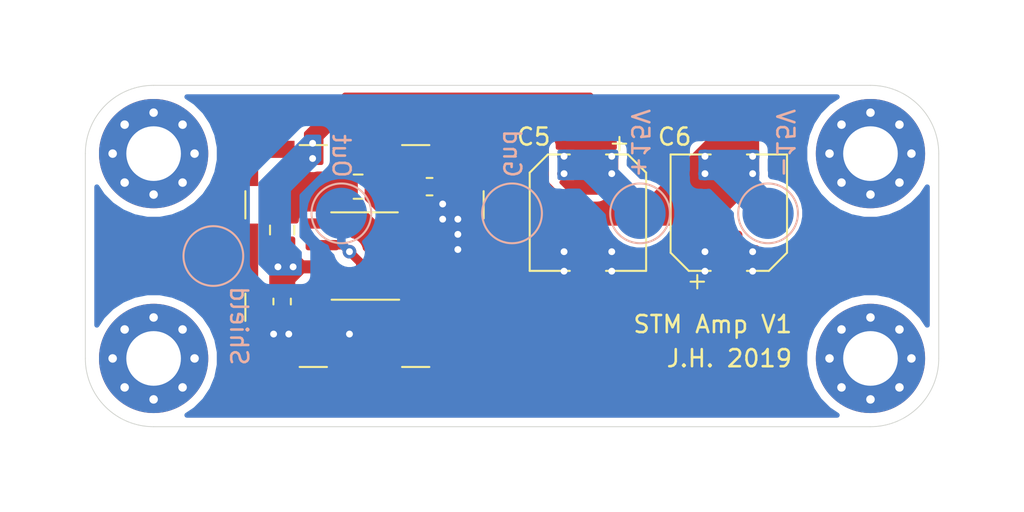
<source format=kicad_pcb>
(kicad_pcb (version 20171130) (host pcbnew 5.1.2)

  (general
    (thickness 1.6)
    (drawings 16)
    (tracks 87)
    (zones 0)
    (modules 19)
    (nets 6)
  )

  (page A4)
  (layers
    (0 F.Cu signal)
    (31 B.Cu signal)
    (32 B.Adhes user)
    (33 F.Adhes user)
    (34 B.Paste user)
    (35 F.Paste user)
    (36 B.SilkS user)
    (37 F.SilkS user)
    (38 B.Mask user)
    (39 F.Mask user)
    (40 Dwgs.User user)
    (41 Cmts.User user)
    (42 Eco1.User user)
    (43 Eco2.User user)
    (44 Edge.Cuts user)
    (45 Margin user)
    (46 B.CrtYd user)
    (47 F.CrtYd user)
    (48 B.Fab user)
    (49 F.Fab user)
  )

  (setup
    (last_trace_width 0.5)
    (user_trace_width 0.2)
    (user_trace_width 0.3)
    (user_trace_width 0.5)
    (user_trace_width 0.6)
    (trace_clearance 0.2)
    (zone_clearance 0.5)
    (zone_45_only no)
    (trace_min 0.127)
    (via_size 0.6)
    (via_drill 0.3)
    (via_min_size 0.4)
    (via_min_drill 0.3)
    (user_via 0.8 0.4)
    (uvia_size 0.3)
    (uvia_drill 0.1)
    (uvias_allowed no)
    (uvia_min_size 0.2)
    (uvia_min_drill 0.1)
    (edge_width 0.05)
    (segment_width 0.2)
    (pcb_text_width 0.3)
    (pcb_text_size 1.5 1.5)
    (mod_edge_width 0.12)
    (mod_text_size 1 1)
    (mod_text_width 0.15)
    (pad_size 1.524 1.524)
    (pad_drill 0.762)
    (pad_to_mask_clearance 0.051)
    (solder_mask_min_width 0.25)
    (aux_axis_origin 0 0)
    (grid_origin 112.4 125.115)
    (visible_elements FFFFFF7F)
    (pcbplotparams
      (layerselection 0x010fc_ffffffff)
      (usegerberextensions false)
      (usegerberattributes false)
      (usegerberadvancedattributes false)
      (creategerberjobfile false)
      (excludeedgelayer true)
      (linewidth 0.100000)
      (plotframeref false)
      (viasonmask false)
      (mode 1)
      (useauxorigin false)
      (hpglpennumber 1)
      (hpglpenspeed 20)
      (hpglpendiameter 15.000000)
      (psnegative false)
      (psa4output false)
      (plotreference true)
      (plotvalue true)
      (plotinvisibletext false)
      (padsonsilk false)
      (subtractmaskfromsilk false)
      (outputformat 1)
      (mirror false)
      (drillshape 1)
      (scaleselection 1)
      (outputdirectory ""))
  )

  (net 0 "")
  (net 1 GND)
  (net 2 +15V)
  (net 3 -15V)
  (net 4 /in)
  (net 5 /out)

  (net_class Default "This is the default net class."
    (clearance 0.2)
    (trace_width 0.2)
    (via_dia 0.6)
    (via_drill 0.3)
    (uvia_dia 0.3)
    (uvia_drill 0.1)
    (add_net +15V)
    (add_net -15V)
    (add_net /in)
    (add_net /out)
    (add_net GND)
  )

  (module custom:SOIC-8_3.9x4.9mm_P1.27mm (layer F.Cu) (tedit 5D3C2708) (tstamp 5D3BEB67)
    (at 103.756 125.115 180)
    (descr "SOIC, 8 Pin (JEDEC MS-012AA, https://www.analog.com/media/en/package-pcb-resources/package/pkg_pdf/soic_narrow-r/r_8.pdf), generated with kicad-footprint-generator ipc_gullwing_generator.py")
    (tags "SOIC SO")
    (path /5D3626AD)
    (attr smd)
    (fp_text reference U1 (at 2.2272 -3.556 180) (layer F.SilkS) hide
      (effects (font (size 1 1) (thickness 0.15)))
    )
    (fp_text value ADA4627-1 (at 0 3.4 180) (layer F.Fab)
      (effects (font (size 1 1) (thickness 0.15)))
    )
    (fp_text user %R (at 0 0 180) (layer F.Fab)
      (effects (font (size 0.98 0.98) (thickness 0.15)))
    )
    (fp_line (start 3.7 -2.7) (end -3.7 -2.7) (layer F.CrtYd) (width 0.05))
    (fp_line (start 3.7 2.7) (end 3.7 -2.7) (layer F.CrtYd) (width 0.05))
    (fp_line (start -3.7 2.7) (end 3.7 2.7) (layer F.CrtYd) (width 0.05))
    (fp_line (start -3.7 -2.7) (end -3.7 2.7) (layer F.CrtYd) (width 0.05))
    (fp_line (start -1.95 -1.475) (end -0.975 -2.45) (layer F.Fab) (width 0.1))
    (fp_line (start -1.95 2.45) (end -1.95 -1.475) (layer F.Fab) (width 0.1))
    (fp_line (start 1.95 2.45) (end -1.95 2.45) (layer F.Fab) (width 0.1))
    (fp_line (start 1.95 -2.45) (end 1.95 2.45) (layer F.Fab) (width 0.1))
    (fp_line (start -0.975 -2.45) (end 1.95 -2.45) (layer F.Fab) (width 0.1))
    (fp_line (start 1.926 -2.56) (end -2.032 -2.56) (layer F.SilkS) (width 0.12))
    (fp_line (start 0 2.56) (end -1.95 2.56) (layer F.SilkS) (width 0.12))
    (fp_line (start 0 2.56) (end 1.95 2.56) (layer F.SilkS) (width 0.12))
    (pad 8 smd roundrect (at 2.475 -1.905 180) (size 1.95 0.6) (layers F.Cu F.Paste F.Mask) (roundrect_rratio 0.25))
    (pad 7 smd roundrect (at 2.475 -0.635 180) (size 1.95 0.6) (layers F.Cu F.Paste F.Mask) (roundrect_rratio 0.25)
      (net 2 +15V))
    (pad 6 smd roundrect (at 2.475 0.635 180) (size 1.95 0.6) (layers F.Cu F.Paste F.Mask) (roundrect_rratio 0.25)
      (net 5 /out))
    (pad 5 smd roundrect (at 2.475 1.905 180) (size 1.95 0.6) (layers F.Cu F.Paste F.Mask) (roundrect_rratio 0.25))
    (pad 4 smd roundrect (at -2.475 1.905 180) (size 1.95 0.6) (layers F.Cu F.Paste F.Mask) (roundrect_rratio 0.25)
      (net 3 -15V))
    (pad 3 smd roundrect (at -2.475 0.635 180) (size 1.95 0.6) (layers F.Cu F.Paste F.Mask) (roundrect_rratio 0.25)
      (net 1 GND))
    (pad 2 smd roundrect (at -2.475 -0.635 180) (size 1.95 0.6) (layers F.Cu F.Paste F.Mask) (roundrect_rratio 0.25)
      (net 4 /in))
    (model ${KISYS3DMOD}/Package_SO.3dshapes/SOIC-8_3.9x4.9mm_P1.27mm.wrl
      (at (xyz 0 0 0))
      (scale (xyz 1 1 1))
      (rotate (xyz 0 0 0))
    )
  )

  (module Resistor_SMD:R_1206_3216Metric_Pad1.42x1.75mm_HandSolder (layer F.Cu) (tedit 5D3C26B2) (tstamp 5D3CC2D7)
    (at 106.296 129.179)
    (descr "Resistor SMD 1206 (3216 Metric), square (rectangular) end terminal, IPC_7351 nominal with elongated pad for handsoldering. (Body size source: http://www.tortai-tech.com/upload/download/2011102023233369053.pdf), generated with kicad-footprint-generator")
    (tags "resistor handsolder")
    (path /5D363984)
    (attr smd)
    (fp_text reference R1 (at 0 -1.82) (layer F.SilkS) hide
      (effects (font (size 1 1) (thickness 0.15)))
    )
    (fp_text value 100M (at 0 1.82) (layer F.Fab)
      (effects (font (size 1 1) (thickness 0.15)))
    )
    (fp_text user %R (at 0 0) (layer F.Fab)
      (effects (font (size 0.8 0.8) (thickness 0.12)))
    )
    (fp_line (start 2.45 1.12) (end -2.45 1.12) (layer F.CrtYd) (width 0.05))
    (fp_line (start 2.45 -1.12) (end 2.45 1.12) (layer F.CrtYd) (width 0.05))
    (fp_line (start -2.45 -1.12) (end 2.45 -1.12) (layer F.CrtYd) (width 0.05))
    (fp_line (start -2.45 1.12) (end -2.45 -1.12) (layer F.CrtYd) (width 0.05))
    (fp_line (start 1.6 0.8) (end -1.6 0.8) (layer F.Fab) (width 0.1))
    (fp_line (start 1.6 -0.8) (end 1.6 0.8) (layer F.Fab) (width 0.1))
    (fp_line (start -1.6 -0.8) (end 1.6 -0.8) (layer F.Fab) (width 0.1))
    (fp_line (start -1.6 0.8) (end -1.6 -0.8) (layer F.Fab) (width 0.1))
    (pad 2 smd roundrect (at 1.4875 0) (size 1.425 1.75) (layers F.Cu F.Paste F.Mask) (roundrect_rratio 0.175439)
      (net 4 /in))
    (pad 1 smd roundrect (at -1.4875 0) (size 1.425 1.75) (layers F.Cu F.Paste F.Mask) (roundrect_rratio 0.175439)
      (net 5 /out))
    (model ${KISYS3DMOD}/Resistor_SMD.3dshapes/R_1206_3216Metric.wrl
      (at (xyz 0 0 0))
      (scale (xyz 1 1 1))
      (rotate (xyz 0 0 0))
    )
  )

  (module RF_Shielding:Laird_Technologies_BMI-S-101_13.66x12.70mm (layer F.Cu) (tedit 5D3C26A4) (tstamp 5D3BEAFE)
    (at 103.756 125.115 90)
    (descr "Laird Technologies BMI-S-101 Shielding Cabinet One Piece SMD 13.66x12.70mm (https://assets.lairdtech.com/home/brandworld/files/Board%20Level%20Shields%20Catalog%20Download.pdf)")
    (tags "Shielding Cabinet")
    (path /5D3A9A3E)
    (clearance 0.25)
    (attr smd)
    (fp_text reference J1 (at 0 -8.23 90) (layer F.SilkS) hide
      (effects (font (size 1 1) (thickness 0.15)))
    )
    (fp_text value RF_Shield_Two_Pieces (at 0 8.23 90) (layer F.Fab)
      (effects (font (size 1 1) (thickness 0.15)))
    )
    (fp_line (start 5.5 -5.98) (end -5.5 -5.98) (layer F.CrtYd) (width 0.05))
    (fp_line (start 5.5 5.98) (end -5.5 5.98) (layer F.CrtYd) (width 0.05))
    (fp_line (start -5.5 -5.98) (end -5.5 5.98) (layer F.CrtYd) (width 0.05))
    (fp_line (start 5.5 -5.98) (end 5.5 5.98) (layer F.CrtYd) (width 0.05))
    (fp_line (start 6.5 2.2) (end 6.5 3.8) (layer F.SilkS) (width 0.12))
    (fp_line (start -6.5 2.2) (end -6.5 3.8) (layer F.SilkS) (width 0.12))
    (fp_line (start 6.5 -3.8) (end 6.5 -2.2) (layer F.SilkS) (width 0.12))
    (fp_line (start -6.5 -3.8) (end -6.5 -2.2) (layer F.SilkS) (width 0.12))
    (fp_line (start 2.2 6.98) (end 3.8 6.98) (layer F.SilkS) (width 0.12))
    (fp_line (start 2.2 -6.98) (end 3.8 -6.98) (layer F.SilkS) (width 0.12))
    (fp_line (start -3.8 -6.98) (end -2.2 -6.98) (layer F.SilkS) (width 0.12))
    (fp_line (start 6.35 -6.83) (end -6.35 -6.83) (layer F.Fab) (width 0.1))
    (fp_line (start 6.35 6.83) (end 6.35 -6.83) (layer F.Fab) (width 0.1))
    (fp_line (start -6.35 6.83) (end 6.35 6.83) (layer F.Fab) (width 0.1))
    (fp_line (start -6.35 -6.83) (end -6.35 6.83) (layer F.Fab) (width 0.1))
    (fp_line (start 7 -7.5) (end -7 -7.5) (layer F.CrtYd) (width 0.05))
    (fp_line (start 7 7.5) (end 7 -7.5) (layer F.CrtYd) (width 0.05))
    (fp_line (start -7 7.5) (end 7 7.5) (layer F.CrtYd) (width 0.05))
    (fp_line (start -7 -7.5) (end -7 7.5) (layer F.CrtYd) (width 0.05))
    (fp_text user %R (at 0 0 90) (layer F.Fab)
      (effects (font (size 1 1) (thickness 0.15)))
    )
    (pad 1 smd rect (at 6.25 5.165 90) (size 1 2.13) (layers F.Cu F.Paste F.Mask)
      (net 1 GND))
    (pad 1 smd rect (at -6.25 5.165 90) (size 1 2.13) (layers F.Cu F.Paste F.Mask)
      (net 1 GND))
    (pad 1 smd rect (at 6.25 0 90) (size 1 3.8) (layers F.Cu F.Paste F.Mask)
      (net 1 GND))
    (pad 1 smd rect (at -6.25 0 90) (size 1 3.8) (layers F.Cu F.Paste F.Mask)
      (net 1 GND))
    (pad 1 smd rect (at 6.25 -5.165 90) (size 1 2.13) (layers F.Cu F.Paste F.Mask)
      (net 1 GND))
    (pad 1 smd rect (at -6.25 -5.165 90) (size 1 2.13) (layers F.Cu F.Paste F.Mask)
      (net 1 GND))
    (pad 1 smd rect (at 4.925 6.73 90) (size 1.65 1) (layers F.Cu F.Paste F.Mask)
      (net 1 GND))
    (pad 1 smd rect (at 4.925 -6.73 90) (size 1.65 1) (layers F.Cu F.Paste F.Mask)
      (net 1 GND))
    (pad 1 smd rect (at 0 6.73 90) (size 3.8 1) (layers F.Cu F.Paste F.Mask)
      (net 1 GND))
    (pad 1 smd rect (at 0 -6.73 90) (size 3.8 1) (layers F.Cu F.Paste F.Mask)
      (net 1 GND))
    (pad 1 smd rect (at -4.925 6.73 90) (size 1.65 1) (layers F.Cu F.Paste F.Mask)
      (net 1 GND))
    (pad 1 smd rect (at -4.925 -6.73 90) (size 1.65 1) (layers F.Cu F.Paste F.Mask)
      (net 1 GND))
    (pad 1 smd rect (at -6.25 6.73 90) (size 1 1) (layers F.Cu F.Paste F.Mask)
      (net 1 GND))
    (pad 1 smd rect (at 6.25 6.73 90) (size 1 1) (layers F.Cu F.Paste F.Mask)
      (net 1 GND))
    (pad 1 smd rect (at 6.25 -6.73 90) (size 1 1) (layers F.Cu F.Paste F.Mask)
      (net 1 GND))
    (pad 1 smd rect (at -6.25 -6.73 90) (size 1 1) (layers F.Cu F.Paste F.Mask)
      (net 1 GND))
    (model ${KISYS3DMOD}/RF_Shielding.3dshapes/Laird_Technologies_BMI-S-101_13.66x12.70mm.wrl
      (at (xyz 0 0 0))
      (scale (xyz 1 1 1))
      (rotate (xyz 0 0 0))
    )
  )

  (module TestPoint:TestPoint_Pad_2.5x2.5mm (layer F.Cu) (tedit 5D3C266F) (tstamp 5D3BE253)
    (at 116.21 131.465)
    (descr "SMD rectangular pad as test Point, square 2.5mm side length")
    (tags "test point SMD pad rectangle square")
    (path /5D38942E)
    (attr virtual)
    (fp_text reference TIP1 (at 0 -2.148) (layer F.SilkS) hide
      (effects (font (size 1 1) (thickness 0.15)))
    )
    (fp_text value IN (at 0 2.25) (layer F.Fab) hide
      (effects (font (size 1 1) (thickness 0.15)))
    )
    (fp_line (start 1.75 1.75) (end -1.75 1.75) (layer F.CrtYd) (width 0.05))
    (fp_line (start 1.75 1.75) (end 1.75 -1.75) (layer F.CrtYd) (width 0.05))
    (fp_line (start -1.75 -1.75) (end -1.75 1.75) (layer F.CrtYd) (width 0.05))
    (fp_line (start -1.75 -1.75) (end 1.75 -1.75) (layer F.CrtYd) (width 0.05))
    (fp_text user %R (at 0 -2.15) (layer F.Fab)
      (effects (font (size 1 1) (thickness 0.15)))
    )
    (pad 1 smd rect (at 0 0) (size 2.5 2.5) (layers F.Cu F.Mask)
      (net 4 /in))
  )

  (module TestPoint:TestPoint_Pad_D3.0mm (layer B.Cu) (tedit 5A0F774F) (tstamp 5D3CD480)
    (at 94.9 125.115)
    (descr "SMD pad as test Point, diameter 3.0mm")
    (tags "test point SMD pad")
    (path /5D3D0DAE)
    (attr virtual)
    (fp_text reference TP6 (at 0 2.398) (layer B.SilkS) hide
      (effects (font (size 1 1) (thickness 0.15)) (justify mirror))
    )
    (fp_text value IN (at 0 -2.55) (layer B.Fab)
      (effects (font (size 1 1) (thickness 0.15)) (justify mirror))
    )
    (fp_text user %R (at 0 2.4) (layer B.Fab)
      (effects (font (size 1 1) (thickness 0.15)) (justify mirror))
    )
    (fp_circle (center 0 0) (end 2 0) (layer B.CrtYd) (width 0.05))
    (fp_circle (center 0 0) (end 0 -1.75) (layer B.SilkS) (width 0.12))
    (pad 1 smd circle (at 0 0) (size 3 3) (layers B.Cu B.Mask)
      (net 1 GND))
  )

  (module TestPoint:TestPoint_Pad_D3.0mm (layer B.Cu) (tedit 5A0F774F) (tstamp 5D3C3DB8)
    (at 127.4 122.615)
    (descr "SMD pad as test Point, diameter 3.0mm")
    (tags "test point SMD pad")
    (path /5D3CAF52)
    (attr virtual)
    (fp_text reference TP5 (at 0 2.398) (layer B.SilkS) hide
      (effects (font (size 1 1) (thickness 0.15)) (justify mirror))
    )
    (fp_text value IN (at 0 -2.55) (layer B.Fab)
      (effects (font (size 1 1) (thickness 0.15)) (justify mirror))
    )
    (fp_circle (center 0 0) (end 0 -1.75) (layer B.SilkS) (width 0.12))
    (fp_circle (center 0 0) (end 2 0) (layer B.CrtYd) (width 0.05))
    (fp_text user %R (at 0 2.4) (layer B.Fab)
      (effects (font (size 1 1) (thickness 0.15)) (justify mirror))
    )
    (pad 1 smd circle (at 0 0) (size 3 3) (layers B.Cu B.Mask)
      (net 3 -15V))
  )

  (module TestPoint:TestPoint_Pad_D3.0mm (layer B.Cu) (tedit 5A0F774F) (tstamp 5D3C338B)
    (at 112.4 122.615)
    (descr "SMD pad as test Point, diameter 3.0mm")
    (tags "test point SMD pad")
    (path /5D3CAC90)
    (attr virtual)
    (fp_text reference TP4 (at 0 2.398) (layer B.SilkS) hide
      (effects (font (size 1 1) (thickness 0.15)) (justify mirror))
    )
    (fp_text value IN (at 0 -2.55) (layer B.Fab)
      (effects (font (size 1 1) (thickness 0.15)) (justify mirror))
    )
    (fp_circle (center 0 0) (end 0 -1.75) (layer B.SilkS) (width 0.12))
    (fp_circle (center 0 0) (end 2 0) (layer B.CrtYd) (width 0.05))
    (fp_text user %R (at 0 2.4) (layer B.Fab)
      (effects (font (size 1 1) (thickness 0.15)) (justify mirror))
    )
    (pad 1 smd circle (at 0 0) (size 3 3) (layers B.Cu B.Mask)
      (net 1 GND))
  )

  (module TestPoint:TestPoint_Pad_D3.0mm (layer B.Cu) (tedit 5A0F774F) (tstamp 5D3C37DA)
    (at 119.9 122.615)
    (descr "SMD pad as test Point, diameter 3.0mm")
    (tags "test point SMD pad")
    (path /5D3B9135)
    (attr virtual)
    (fp_text reference TP3 (at 0 2.398) (layer B.SilkS) hide
      (effects (font (size 1 1) (thickness 0.15)) (justify mirror))
    )
    (fp_text value IN (at 0 -2.55) (layer B.Fab)
      (effects (font (size 1 1) (thickness 0.15)) (justify mirror))
    )
    (fp_circle (center 0 0) (end 0 -1.75) (layer B.SilkS) (width 0.12))
    (fp_circle (center 0 0) (end 2 0) (layer B.CrtYd) (width 0.05))
    (fp_text user %R (at 0 2.4) (layer B.Fab)
      (effects (font (size 1 1) (thickness 0.15)) (justify mirror))
    )
    (pad 1 smd circle (at 0 0) (size 3 3) (layers B.Cu B.Mask)
      (net 2 +15V))
  )

  (module TestPoint:TestPoint_Pad_D3.0mm (layer B.Cu) (tedit 5A0F774F) (tstamp 5D3C3EB0)
    (at 102.4 122.615)
    (descr "SMD pad as test Point, diameter 3.0mm")
    (tags "test point SMD pad")
    (path /5D3CD24C)
    (attr virtual)
    (fp_text reference TP2 (at 0 2.398) (layer B.SilkS) hide
      (effects (font (size 1 1) (thickness 0.15)) (justify mirror))
    )
    (fp_text value IN (at 0 -2.55) (layer B.Fab)
      (effects (font (size 1 1) (thickness 0.15)) (justify mirror))
    )
    (fp_circle (center 0 0) (end 0 -1.75) (layer B.SilkS) (width 0.12))
    (fp_circle (center 0 0) (end 2 0) (layer B.CrtYd) (width 0.05))
    (fp_text user %R (at 0 2.4) (layer B.Fab)
      (effects (font (size 1 1) (thickness 0.15)) (justify mirror))
    )
    (pad 1 smd circle (at 0 0) (size 3 3) (layers B.Cu B.Mask)
      (net 5 /out))
  )

  (module MountingHole:MountingHole_3.2mm_M3_Pad_Via (layer F.Cu) (tedit 56DDBCCA) (tstamp 5D3BD918)
    (at 133.4 119.115)
    (descr "Mounting Hole 3.2mm, M3")
    (tags "mounting hole 3.2mm m3")
    (attr virtual)
    (fp_text reference REF** (at 0 -4.2) (layer F.SilkS) hide
      (effects (font (size 1 1) (thickness 0.15)))
    )
    (fp_text value MountingHole_3.2mm_M3_Pad_Via (at 0 4.2) (layer F.Fab) hide
      (effects (font (size 1 1) (thickness 0.15)))
    )
    (fp_text user %R (at 0.3 0) (layer F.Fab)
      (effects (font (size 1 1) (thickness 0.15)))
    )
    (fp_circle (center 0 0) (end 3.2 0) (layer Cmts.User) (width 0.15))
    (fp_circle (center 0 0) (end 3.45 0) (layer F.CrtYd) (width 0.05))
    (pad 1 thru_hole circle (at 0 0) (size 6.4 6.4) (drill 3.2) (layers *.Cu *.Mask))
    (pad 1 thru_hole circle (at 2.4 0) (size 0.8 0.8) (drill 0.5) (layers *.Cu *.Mask))
    (pad 1 thru_hole circle (at 1.697056 1.697056) (size 0.8 0.8) (drill 0.5) (layers *.Cu *.Mask))
    (pad 1 thru_hole circle (at 0 2.4) (size 0.8 0.8) (drill 0.5) (layers *.Cu *.Mask))
    (pad 1 thru_hole circle (at -1.697056 1.697056) (size 0.8 0.8) (drill 0.5) (layers *.Cu *.Mask))
    (pad 1 thru_hole circle (at -2.4 0) (size 0.8 0.8) (drill 0.5) (layers *.Cu *.Mask))
    (pad 1 thru_hole circle (at -1.697056 -1.697056) (size 0.8 0.8) (drill 0.5) (layers *.Cu *.Mask))
    (pad 1 thru_hole circle (at 0 -2.4) (size 0.8 0.8) (drill 0.5) (layers *.Cu *.Mask))
    (pad 1 thru_hole circle (at 1.697056 -1.697056) (size 0.8 0.8) (drill 0.5) (layers *.Cu *.Mask))
  )

  (module MountingHole:MountingHole_3.2mm_M3_Pad_Via (layer F.Cu) (tedit 56DDBCCA) (tstamp 5D3BD8FA)
    (at 133.4 131.115)
    (descr "Mounting Hole 3.2mm, M3")
    (tags "mounting hole 3.2mm m3")
    (attr virtual)
    (fp_text reference REF** (at 0 -4.2) (layer F.SilkS) hide
      (effects (font (size 1 1) (thickness 0.15)))
    )
    (fp_text value MountingHole_3.2mm_M3_Pad_Via (at 0 4.2) (layer F.Fab) hide
      (effects (font (size 1 1) (thickness 0.15)))
    )
    (fp_circle (center 0 0) (end 3.45 0) (layer F.CrtYd) (width 0.05))
    (fp_circle (center 0 0) (end 3.2 0) (layer Cmts.User) (width 0.15))
    (fp_text user %R (at 0.3 0) (layer F.Fab)
      (effects (font (size 1 1) (thickness 0.15)))
    )
    (pad 1 thru_hole circle (at 1.697056 -1.697056) (size 0.8 0.8) (drill 0.5) (layers *.Cu *.Mask))
    (pad 1 thru_hole circle (at 0 -2.4) (size 0.8 0.8) (drill 0.5) (layers *.Cu *.Mask))
    (pad 1 thru_hole circle (at -1.697056 -1.697056) (size 0.8 0.8) (drill 0.5) (layers *.Cu *.Mask))
    (pad 1 thru_hole circle (at -2.4 0) (size 0.8 0.8) (drill 0.5) (layers *.Cu *.Mask))
    (pad 1 thru_hole circle (at -1.697056 1.697056) (size 0.8 0.8) (drill 0.5) (layers *.Cu *.Mask))
    (pad 1 thru_hole circle (at 0 2.4) (size 0.8 0.8) (drill 0.5) (layers *.Cu *.Mask))
    (pad 1 thru_hole circle (at 1.697056 1.697056) (size 0.8 0.8) (drill 0.5) (layers *.Cu *.Mask))
    (pad 1 thru_hole circle (at 2.4 0) (size 0.8 0.8) (drill 0.5) (layers *.Cu *.Mask))
    (pad 1 thru_hole circle (at 0 0) (size 6.4 6.4) (drill 3.2) (layers *.Cu *.Mask))
  )

  (module MountingHole:MountingHole_3.2mm_M3_Pad_Via (layer F.Cu) (tedit 56DDBCCA) (tstamp 5D3BD8DC)
    (at 91.4 131.115)
    (descr "Mounting Hole 3.2mm, M3")
    (tags "mounting hole 3.2mm m3")
    (attr virtual)
    (fp_text reference REF** (at 0 -4.2) (layer F.SilkS) hide
      (effects (font (size 1 1) (thickness 0.15)))
    )
    (fp_text value MountingHole_3.2mm_M3_Pad_Via (at 0 4.2) (layer F.Fab) hide
      (effects (font (size 1 1) (thickness 0.15)))
    )
    (fp_text user %R (at 0.3 0) (layer F.Fab)
      (effects (font (size 1 1) (thickness 0.15)))
    )
    (fp_circle (center 0 0) (end 3.2 0) (layer Cmts.User) (width 0.15))
    (fp_circle (center 0 0) (end 3.45 0) (layer F.CrtYd) (width 0.05))
    (pad 1 thru_hole circle (at 0 0) (size 6.4 6.4) (drill 3.2) (layers *.Cu *.Mask))
    (pad 1 thru_hole circle (at 2.4 0) (size 0.8 0.8) (drill 0.5) (layers *.Cu *.Mask))
    (pad 1 thru_hole circle (at 1.697056 1.697056) (size 0.8 0.8) (drill 0.5) (layers *.Cu *.Mask))
    (pad 1 thru_hole circle (at 0 2.4) (size 0.8 0.8) (drill 0.5) (layers *.Cu *.Mask))
    (pad 1 thru_hole circle (at -1.697056 1.697056) (size 0.8 0.8) (drill 0.5) (layers *.Cu *.Mask))
    (pad 1 thru_hole circle (at -2.4 0) (size 0.8 0.8) (drill 0.5) (layers *.Cu *.Mask))
    (pad 1 thru_hole circle (at -1.697056 -1.697056) (size 0.8 0.8) (drill 0.5) (layers *.Cu *.Mask))
    (pad 1 thru_hole circle (at 0 -2.4) (size 0.8 0.8) (drill 0.5) (layers *.Cu *.Mask))
    (pad 1 thru_hole circle (at 1.697056 -1.697056) (size 0.8 0.8) (drill 0.5) (layers *.Cu *.Mask))
  )

  (module MountingHole:MountingHole_3.2mm_M3_Pad_Via (layer F.Cu) (tedit 56DDBCCA) (tstamp 5D3BD8D9)
    (at 91.4 119.115)
    (descr "Mounting Hole 3.2mm, M3")
    (tags "mounting hole 3.2mm m3")
    (attr virtual)
    (fp_text reference REF** (at 0 -4.2) (layer F.SilkS) hide
      (effects (font (size 1 1) (thickness 0.15)))
    )
    (fp_text value MountingHole_3.2mm_M3_Pad_Via (at 0 4.2) (layer F.Fab) hide
      (effects (font (size 1 1) (thickness 0.15)))
    )
    (fp_circle (center 0 0) (end 3.45 0) (layer F.CrtYd) (width 0.05))
    (fp_circle (center 0 0) (end 3.2 0) (layer Cmts.User) (width 0.15))
    (fp_text user %R (at 0.3 0) (layer F.Fab)
      (effects (font (size 1 1) (thickness 0.15)))
    )
    (pad 1 thru_hole circle (at 1.697056 -1.697056) (size 0.8 0.8) (drill 0.5) (layers *.Cu *.Mask))
    (pad 1 thru_hole circle (at 0 -2.4) (size 0.8 0.8) (drill 0.5) (layers *.Cu *.Mask))
    (pad 1 thru_hole circle (at -1.697056 -1.697056) (size 0.8 0.8) (drill 0.5) (layers *.Cu *.Mask))
    (pad 1 thru_hole circle (at -2.4 0) (size 0.8 0.8) (drill 0.5) (layers *.Cu *.Mask))
    (pad 1 thru_hole circle (at -1.697056 1.697056) (size 0.8 0.8) (drill 0.5) (layers *.Cu *.Mask))
    (pad 1 thru_hole circle (at 0 2.4) (size 0.8 0.8) (drill 0.5) (layers *.Cu *.Mask))
    (pad 1 thru_hole circle (at 1.697056 1.697056) (size 0.8 0.8) (drill 0.5) (layers *.Cu *.Mask))
    (pad 1 thru_hole circle (at 2.4 0) (size 0.8 0.8) (drill 0.5) (layers *.Cu *.Mask))
    (pad 1 thru_hole circle (at 0 0) (size 6.4 6.4) (drill 3.2) (layers *.Cu *.Mask))
  )

  (module Capacitor_SMD:CP_Elec_6.3x5.4 (layer F.Cu) (tedit 5BCA39D0) (tstamp 5D36F6F0)
    (at 125.1 122.575 90)
    (descr "SMD capacitor, aluminum electrolytic, Panasonic C55, 6.3x5.4mm")
    (tags "capacitor electrolytic")
    (path /5D396822)
    (attr smd)
    (fp_text reference C6 (at 4.445 -3.175 180) (layer F.SilkS)
      (effects (font (size 1 1) (thickness 0.15)))
    )
    (fp_text value CP (at 0 4.35 90) (layer F.Fab)
      (effects (font (size 1 1) (thickness 0.15)))
    )
    (fp_text user %R (at 0 0 90) (layer F.Fab)
      (effects (font (size 1 1) (thickness 0.15)))
    )
    (fp_line (start -4.8 1.05) (end -3.55 1.05) (layer F.CrtYd) (width 0.05))
    (fp_line (start -4.8 -1.05) (end -4.8 1.05) (layer F.CrtYd) (width 0.05))
    (fp_line (start -3.55 -1.05) (end -4.8 -1.05) (layer F.CrtYd) (width 0.05))
    (fp_line (start -3.55 1.05) (end -3.55 2.4) (layer F.CrtYd) (width 0.05))
    (fp_line (start -3.55 -2.4) (end -3.55 -1.05) (layer F.CrtYd) (width 0.05))
    (fp_line (start -3.55 -2.4) (end -2.4 -3.55) (layer F.CrtYd) (width 0.05))
    (fp_line (start -3.55 2.4) (end -2.4 3.55) (layer F.CrtYd) (width 0.05))
    (fp_line (start -2.4 -3.55) (end 3.55 -3.55) (layer F.CrtYd) (width 0.05))
    (fp_line (start -2.4 3.55) (end 3.55 3.55) (layer F.CrtYd) (width 0.05))
    (fp_line (start 3.55 1.05) (end 3.55 3.55) (layer F.CrtYd) (width 0.05))
    (fp_line (start 4.8 1.05) (end 3.55 1.05) (layer F.CrtYd) (width 0.05))
    (fp_line (start 4.8 -1.05) (end 4.8 1.05) (layer F.CrtYd) (width 0.05))
    (fp_line (start 3.55 -1.05) (end 4.8 -1.05) (layer F.CrtYd) (width 0.05))
    (fp_line (start 3.55 -3.55) (end 3.55 -1.05) (layer F.CrtYd) (width 0.05))
    (fp_line (start -4.04375 -2.24125) (end -4.04375 -1.45375) (layer F.SilkS) (width 0.12))
    (fp_line (start -4.4375 -1.8475) (end -3.65 -1.8475) (layer F.SilkS) (width 0.12))
    (fp_line (start -3.41 2.345563) (end -2.345563 3.41) (layer F.SilkS) (width 0.12))
    (fp_line (start -3.41 -2.345563) (end -2.345563 -3.41) (layer F.SilkS) (width 0.12))
    (fp_line (start -3.41 -2.345563) (end -3.41 -1.06) (layer F.SilkS) (width 0.12))
    (fp_line (start -3.41 2.345563) (end -3.41 1.06) (layer F.SilkS) (width 0.12))
    (fp_line (start -2.345563 3.41) (end 3.41 3.41) (layer F.SilkS) (width 0.12))
    (fp_line (start -2.345563 -3.41) (end 3.41 -3.41) (layer F.SilkS) (width 0.12))
    (fp_line (start 3.41 -3.41) (end 3.41 -1.06) (layer F.SilkS) (width 0.12))
    (fp_line (start 3.41 3.41) (end 3.41 1.06) (layer F.SilkS) (width 0.12))
    (fp_line (start -2.389838 -1.645) (end -2.389838 -1.015) (layer F.Fab) (width 0.1))
    (fp_line (start -2.704838 -1.33) (end -2.074838 -1.33) (layer F.Fab) (width 0.1))
    (fp_line (start -3.3 2.3) (end -2.3 3.3) (layer F.Fab) (width 0.1))
    (fp_line (start -3.3 -2.3) (end -2.3 -3.3) (layer F.Fab) (width 0.1))
    (fp_line (start -3.3 -2.3) (end -3.3 2.3) (layer F.Fab) (width 0.1))
    (fp_line (start -2.3 3.3) (end 3.3 3.3) (layer F.Fab) (width 0.1))
    (fp_line (start -2.3 -3.3) (end 3.3 -3.3) (layer F.Fab) (width 0.1))
    (fp_line (start 3.3 -3.3) (end 3.3 3.3) (layer F.Fab) (width 0.1))
    (fp_circle (center 0 0) (end 3.15 0) (layer F.Fab) (width 0.1))
    (pad 2 smd roundrect (at 2.8 0 90) (size 3.5 1.6) (layers F.Cu F.Paste F.Mask) (roundrect_rratio 0.15625)
      (net 3 -15V))
    (pad 1 smd roundrect (at -2.8 0 90) (size 3.5 1.6) (layers F.Cu F.Paste F.Mask) (roundrect_rratio 0.15625)
      (net 1 GND))
    (model ${KISYS3DMOD}/Capacitor_SMD.3dshapes/CP_Elec_6.3x5.4.wrl
      (at (xyz 0 0 0))
      (scale (xyz 1 1 1))
      (rotate (xyz 0 0 0))
    )
  )

  (module Capacitor_SMD:CP_Elec_6.3x5.4 (layer F.Cu) (tedit 5BCA39D0) (tstamp 5D36F6C8)
    (at 116.845 122.575 270)
    (descr "SMD capacitor, aluminum electrolytic, Panasonic C55, 6.3x5.4mm")
    (tags "capacitor electrolytic")
    (path /5D38F9FC)
    (attr smd)
    (fp_text reference C5 (at -4.445 3.175 180) (layer F.SilkS)
      (effects (font (size 1 1) (thickness 0.15)))
    )
    (fp_text value CP (at 0 4.35 90) (layer F.Fab)
      (effects (font (size 1 1) (thickness 0.15)))
    )
    (fp_text user %R (at 0 0 90) (layer F.Fab)
      (effects (font (size 1 1) (thickness 0.15)))
    )
    (fp_line (start -4.8 1.05) (end -3.55 1.05) (layer F.CrtYd) (width 0.05))
    (fp_line (start -4.8 -1.05) (end -4.8 1.05) (layer F.CrtYd) (width 0.05))
    (fp_line (start -3.55 -1.05) (end -4.8 -1.05) (layer F.CrtYd) (width 0.05))
    (fp_line (start -3.55 1.05) (end -3.55 2.4) (layer F.CrtYd) (width 0.05))
    (fp_line (start -3.55 -2.4) (end -3.55 -1.05) (layer F.CrtYd) (width 0.05))
    (fp_line (start -3.55 -2.4) (end -2.4 -3.55) (layer F.CrtYd) (width 0.05))
    (fp_line (start -3.55 2.4) (end -2.4 3.55) (layer F.CrtYd) (width 0.05))
    (fp_line (start -2.4 -3.55) (end 3.55 -3.55) (layer F.CrtYd) (width 0.05))
    (fp_line (start -2.4 3.55) (end 3.55 3.55) (layer F.CrtYd) (width 0.05))
    (fp_line (start 3.55 1.05) (end 3.55 3.55) (layer F.CrtYd) (width 0.05))
    (fp_line (start 4.8 1.05) (end 3.55 1.05) (layer F.CrtYd) (width 0.05))
    (fp_line (start 4.8 -1.05) (end 4.8 1.05) (layer F.CrtYd) (width 0.05))
    (fp_line (start 3.55 -1.05) (end 4.8 -1.05) (layer F.CrtYd) (width 0.05))
    (fp_line (start 3.55 -3.55) (end 3.55 -1.05) (layer F.CrtYd) (width 0.05))
    (fp_line (start -4.04375 -2.24125) (end -4.04375 -1.45375) (layer F.SilkS) (width 0.12))
    (fp_line (start -4.4375 -1.8475) (end -3.65 -1.8475) (layer F.SilkS) (width 0.12))
    (fp_line (start -3.41 2.345563) (end -2.345563 3.41) (layer F.SilkS) (width 0.12))
    (fp_line (start -3.41 -2.345563) (end -2.345563 -3.41) (layer F.SilkS) (width 0.12))
    (fp_line (start -3.41 -2.345563) (end -3.41 -1.06) (layer F.SilkS) (width 0.12))
    (fp_line (start -3.41 2.345563) (end -3.41 1.06) (layer F.SilkS) (width 0.12))
    (fp_line (start -2.345563 3.41) (end 3.41 3.41) (layer F.SilkS) (width 0.12))
    (fp_line (start -2.345563 -3.41) (end 3.41 -3.41) (layer F.SilkS) (width 0.12))
    (fp_line (start 3.41 -3.41) (end 3.41 -1.06) (layer F.SilkS) (width 0.12))
    (fp_line (start 3.41 3.41) (end 3.41 1.06) (layer F.SilkS) (width 0.12))
    (fp_line (start -2.389838 -1.645) (end -2.389838 -1.015) (layer F.Fab) (width 0.1))
    (fp_line (start -2.704838 -1.33) (end -2.074838 -1.33) (layer F.Fab) (width 0.1))
    (fp_line (start -3.3 2.3) (end -2.3 3.3) (layer F.Fab) (width 0.1))
    (fp_line (start -3.3 -2.3) (end -2.3 -3.3) (layer F.Fab) (width 0.1))
    (fp_line (start -3.3 -2.3) (end -3.3 2.3) (layer F.Fab) (width 0.1))
    (fp_line (start -2.3 3.3) (end 3.3 3.3) (layer F.Fab) (width 0.1))
    (fp_line (start -2.3 -3.3) (end 3.3 -3.3) (layer F.Fab) (width 0.1))
    (fp_line (start 3.3 -3.3) (end 3.3 3.3) (layer F.Fab) (width 0.1))
    (fp_circle (center 0 0) (end 3.15 0) (layer F.Fab) (width 0.1))
    (pad 2 smd roundrect (at 2.8 0 270) (size 3.5 1.6) (layers F.Cu F.Paste F.Mask) (roundrect_rratio 0.15625)
      (net 1 GND))
    (pad 1 smd roundrect (at -2.8 0 270) (size 3.5 1.6) (layers F.Cu F.Paste F.Mask) (roundrect_rratio 0.15625)
      (net 2 +15V))
    (model ${KISYS3DMOD}/Capacitor_SMD.3dshapes/CP_Elec_6.3x5.4.wrl
      (at (xyz 0 0 0))
      (scale (xyz 1 1 1))
      (rotate (xyz 0 0 0))
    )
  )

  (module Capacitor_SMD:C_0805_2012Metric_Pad1.15x1.40mm_HandSolder (layer F.Cu) (tedit 5B36C52B) (tstamp 5D3BEBA9)
    (at 103.383 121.051)
    (descr "Capacitor SMD 0805 (2012 Metric), square (rectangular) end terminal, IPC_7351 nominal with elongated pad for handsoldering. (Body size source: https://docs.google.com/spreadsheets/d/1BsfQQcO9C6DZCsRaXUlFlo91Tg2WpOkGARC1WS5S8t0/edit?usp=sharing), generated with kicad-footprint-generator")
    (tags "capacitor handsolder")
    (path /5D396806)
    (attr smd)
    (fp_text reference C4 (at 0 -1.65) (layer F.SilkS) hide
      (effects (font (size 1 1) (thickness 0.15)))
    )
    (fp_text value 1u (at 0 1.65) (layer F.Fab)
      (effects (font (size 1 1) (thickness 0.15)))
    )
    (fp_text user %R (at 0 0) (layer F.Fab)
      (effects (font (size 0.5 0.5) (thickness 0.08)))
    )
    (fp_line (start 1.85 0.95) (end -1.85 0.95) (layer F.CrtYd) (width 0.05))
    (fp_line (start 1.85 -0.95) (end 1.85 0.95) (layer F.CrtYd) (width 0.05))
    (fp_line (start -1.85 -0.95) (end 1.85 -0.95) (layer F.CrtYd) (width 0.05))
    (fp_line (start -1.85 0.95) (end -1.85 -0.95) (layer F.CrtYd) (width 0.05))
    (fp_line (start -0.261252 0.71) (end 0.261252 0.71) (layer F.SilkS) (width 0.12))
    (fp_line (start -0.261252 -0.71) (end 0.261252 -0.71) (layer F.SilkS) (width 0.12))
    (fp_line (start 1 0.6) (end -1 0.6) (layer F.Fab) (width 0.1))
    (fp_line (start 1 -0.6) (end 1 0.6) (layer F.Fab) (width 0.1))
    (fp_line (start -1 -0.6) (end 1 -0.6) (layer F.Fab) (width 0.1))
    (fp_line (start -1 0.6) (end -1 -0.6) (layer F.Fab) (width 0.1))
    (pad 2 smd roundrect (at 1.025 0) (size 1.15 1.4) (layers F.Cu F.Paste F.Mask) (roundrect_rratio 0.217391)
      (net 3 -15V))
    (pad 1 smd roundrect (at -1.025 0) (size 1.15 1.4) (layers F.Cu F.Paste F.Mask) (roundrect_rratio 0.217391)
      (net 1 GND))
    (model ${KISYS3DMOD}/Capacitor_SMD.3dshapes/C_0805_2012Metric.wrl
      (at (xyz 0 0 0))
      (scale (xyz 1 1 1))
      (rotate (xyz 0 0 0))
    )
  )

  (module Capacitor_SMD:C_0805_2012Metric_Pad1.15x1.40mm_HandSolder (layer F.Cu) (tedit 5B36C52B) (tstamp 5D3BEAB6)
    (at 98.93 123.591 90)
    (descr "Capacitor SMD 0805 (2012 Metric), square (rectangular) end terminal, IPC_7351 nominal with elongated pad for handsoldering. (Body size source: https://docs.google.com/spreadsheets/d/1BsfQQcO9C6DZCsRaXUlFlo91Tg2WpOkGARC1WS5S8t0/edit?usp=sharing), generated with kicad-footprint-generator")
    (tags "capacitor handsolder")
    (path /5D3751CA)
    (attr smd)
    (fp_text reference C3 (at 0 -1.65 90) (layer F.SilkS) hide
      (effects (font (size 1 1) (thickness 0.15)))
    )
    (fp_text value 1u (at 0 1.65 90) (layer F.Fab)
      (effects (font (size 1 1) (thickness 0.15)))
    )
    (fp_text user %R (at 0 0 90) (layer F.Fab)
      (effects (font (size 0.5 0.5) (thickness 0.08)))
    )
    (fp_line (start 1.85 0.95) (end -1.85 0.95) (layer F.CrtYd) (width 0.05))
    (fp_line (start 1.85 -0.95) (end 1.85 0.95) (layer F.CrtYd) (width 0.05))
    (fp_line (start -1.85 -0.95) (end 1.85 -0.95) (layer F.CrtYd) (width 0.05))
    (fp_line (start -1.85 0.95) (end -1.85 -0.95) (layer F.CrtYd) (width 0.05))
    (fp_line (start -0.261252 0.71) (end 0.261252 0.71) (layer F.SilkS) (width 0.12))
    (fp_line (start -0.261252 -0.71) (end 0.261252 -0.71) (layer F.SilkS) (width 0.12))
    (fp_line (start 1 0.6) (end -1 0.6) (layer F.Fab) (width 0.1))
    (fp_line (start 1 -0.6) (end 1 0.6) (layer F.Fab) (width 0.1))
    (fp_line (start -1 -0.6) (end 1 -0.6) (layer F.Fab) (width 0.1))
    (fp_line (start -1 0.6) (end -1 -0.6) (layer F.Fab) (width 0.1))
    (pad 2 smd roundrect (at 1.025 0 90) (size 1.15 1.4) (layers F.Cu F.Paste F.Mask) (roundrect_rratio 0.217391)
      (net 1 GND))
    (pad 1 smd roundrect (at -1.025 0 90) (size 1.15 1.4) (layers F.Cu F.Paste F.Mask) (roundrect_rratio 0.217391)
      (net 2 +15V))
    (model ${KISYS3DMOD}/Capacitor_SMD.3dshapes/C_0805_2012Metric.wrl
      (at (xyz 0 0 0))
      (scale (xyz 1 1 1))
      (rotate (xyz 0 0 0))
    )
  )

  (module Capacitor_SMD:C_0603_1608Metric_Pad1.05x0.95mm_HandSolder (layer F.Cu) (tedit 5B301BBE) (tstamp 5D3CC638)
    (at 107.566 121.051 180)
    (descr "Capacitor SMD 0603 (1608 Metric), square (rectangular) end terminal, IPC_7351 nominal with elongated pad for handsoldering. (Body size source: http://www.tortai-tech.com/upload/download/2011102023233369053.pdf), generated with kicad-footprint-generator")
    (tags "capacitor handsolder")
    (path /5D396800)
    (attr smd)
    (fp_text reference C2 (at 0 -1.43) (layer F.SilkS) hide
      (effects (font (size 1 1) (thickness 0.15)))
    )
    (fp_text value 10n (at 0 1.43) (layer F.Fab)
      (effects (font (size 1 1) (thickness 0.15)))
    )
    (fp_text user %R (at 0 0) (layer F.Fab)
      (effects (font (size 0.4 0.4) (thickness 0.06)))
    )
    (fp_line (start 1.65 0.73) (end -1.65 0.73) (layer F.CrtYd) (width 0.05))
    (fp_line (start 1.65 -0.73) (end 1.65 0.73) (layer F.CrtYd) (width 0.05))
    (fp_line (start -1.65 -0.73) (end 1.65 -0.73) (layer F.CrtYd) (width 0.05))
    (fp_line (start -1.65 0.73) (end -1.65 -0.73) (layer F.CrtYd) (width 0.05))
    (fp_line (start -0.171267 0.51) (end 0.171267 0.51) (layer F.SilkS) (width 0.12))
    (fp_line (start -0.171267 -0.51) (end 0.171267 -0.51) (layer F.SilkS) (width 0.12))
    (fp_line (start 0.8 0.4) (end -0.8 0.4) (layer F.Fab) (width 0.1))
    (fp_line (start 0.8 -0.4) (end 0.8 0.4) (layer F.Fab) (width 0.1))
    (fp_line (start -0.8 -0.4) (end 0.8 -0.4) (layer F.Fab) (width 0.1))
    (fp_line (start -0.8 0.4) (end -0.8 -0.4) (layer F.Fab) (width 0.1))
    (pad 2 smd roundrect (at 0.875 0 180) (size 1.05 0.95) (layers F.Cu F.Paste F.Mask) (roundrect_rratio 0.25)
      (net 3 -15V))
    (pad 1 smd roundrect (at -0.875 0 180) (size 1.05 0.95) (layers F.Cu F.Paste F.Mask) (roundrect_rratio 0.25)
      (net 1 GND))
    (model ${KISYS3DMOD}/Capacitor_SMD.3dshapes/C_0603_1608Metric.wrl
      (at (xyz 0 0 0))
      (scale (xyz 1 1 1))
      (rotate (xyz 0 0 0))
    )
  )

  (module Capacitor_SMD:C_0603_1608Metric_Pad1.05x0.95mm_HandSolder (layer F.Cu) (tedit 5B301BBE) (tstamp 5D3BEC09)
    (at 98.93 127.782 270)
    (descr "Capacitor SMD 0603 (1608 Metric), square (rectangular) end terminal, IPC_7351 nominal with elongated pad for handsoldering. (Body size source: http://www.tortai-tech.com/upload/download/2011102023233369053.pdf), generated with kicad-footprint-generator")
    (tags "capacitor handsolder")
    (path /5D363406)
    (attr smd)
    (fp_text reference C1 (at 1.143 -1.43 90) (layer F.SilkS) hide
      (effects (font (size 1 1) (thickness 0.15)))
    )
    (fp_text value 10n (at 0 1.43 90) (layer F.Fab)
      (effects (font (size 1 1) (thickness 0.15)))
    )
    (fp_text user %R (at 0 0 90) (layer F.Fab)
      (effects (font (size 0.4 0.4) (thickness 0.06)))
    )
    (fp_line (start 1.65 0.73) (end -1.65 0.73) (layer F.CrtYd) (width 0.05))
    (fp_line (start 1.65 -0.73) (end 1.65 0.73) (layer F.CrtYd) (width 0.05))
    (fp_line (start -1.65 -0.73) (end 1.65 -0.73) (layer F.CrtYd) (width 0.05))
    (fp_line (start -1.65 0.73) (end -1.65 -0.73) (layer F.CrtYd) (width 0.05))
    (fp_line (start -0.171267 0.51) (end 0.171267 0.51) (layer F.SilkS) (width 0.12))
    (fp_line (start -0.171267 -0.51) (end 0.171267 -0.51) (layer F.SilkS) (width 0.12))
    (fp_line (start 0.8 0.4) (end -0.8 0.4) (layer F.Fab) (width 0.1))
    (fp_line (start 0.8 -0.4) (end 0.8 0.4) (layer F.Fab) (width 0.1))
    (fp_line (start -0.8 -0.4) (end 0.8 -0.4) (layer F.Fab) (width 0.1))
    (fp_line (start -0.8 0.4) (end -0.8 -0.4) (layer F.Fab) (width 0.1))
    (pad 2 smd roundrect (at 0.875 0 270) (size 1.05 0.95) (layers F.Cu F.Paste F.Mask) (roundrect_rratio 0.25)
      (net 1 GND))
    (pad 1 smd roundrect (at -0.875 0 270) (size 1.05 0.95) (layers F.Cu F.Paste F.Mask) (roundrect_rratio 0.25)
      (net 2 +15V))
    (model ${KISYS3DMOD}/Capacitor_SMD.3dshapes/C_0603_1608Metric.wrl
      (at (xyz 0 0 0))
      (scale (xyz 1 1 1))
      (rotate (xyz 0 0 0))
    )
  )

  (gr_text "J.H. 2019" (at 128.9 131.115) (layer F.SilkS)
    (effects (font (size 1 1) (thickness 0.15)) (justify right))
  )
  (gr_text "STM Amp V1" (at 128.9 129.115) (layer F.SilkS)
    (effects (font (size 1 1) (thickness 0.15)) (justify right))
  )
  (gr_text Shield (at 96.4 131.615 270) (layer B.SilkS) (tstamp 5D3CD268)
    (effects (font (size 1 1) (thickness 0.15)) (justify left mirror))
  )
  (gr_text -15V (at 128.4 120.615 270) (layer B.SilkS) (tstamp 5D3CD25A)
    (effects (font (size 1 1) (thickness 0.15)) (justify left mirror))
  )
  (gr_text +15V (at 119.9 120.615 270) (layer B.SilkS) (tstamp 5D3CD24D)
    (effects (font (size 1 1) (thickness 0.15)) (justify left mirror))
  )
  (gr_text Gnd (at 112.4 120.615 270) (layer B.SilkS) (tstamp 5D3CD24B)
    (effects (font (size 1 1) (thickness 0.15)) (justify left mirror))
  )
  (gr_text Out (at 102.4 120.615 270) (layer B.SilkS)
    (effects (font (size 1 1) (thickness 0.15)) (justify left mirror))
  )
  (gr_poly (pts (xy 118.115 134.005) (xy 118.75 133.37) (xy 118.75 129.56) (xy 118.115 128.925) (xy 114.94 128.925) (xy 113.289 127.274) (xy 111.257 127.274) (xy 110.241 126.258) (xy 109.606 126.258) (xy 107.828 124.48) (xy 105.415 124.48) (xy 104.526 125.369) (xy 104.526 126.131) (xy 105.288 126.893) (xy 106.431 126.893) (xy 106.812 127.274) (xy 106.812 127.655) (xy 106.304 128.163) (xy 106.304 130.068) (xy 107.574 131.338) (xy 110.495 131.338) (xy 110.495 129.687) (xy 111.257 128.925) (xy 112.4 128.925) (xy 113.67 130.195) (xy 113.67 133.37) (xy 114.305 134.005)) (layer F.Mask) (width 0.4) (tstamp 5D3CC279))
  (gr_line (start 137.4 131.115) (end 137.4 119.115) (layer Edge.Cuts) (width 0.05) (tstamp 5D3BD66C))
  (gr_line (start 91.4 135.115) (end 133.4 135.115) (layer Edge.Cuts) (width 0.05) (tstamp 5D3BD66B))
  (gr_line (start 87.4 119.115) (end 87.4 131.115) (layer Edge.Cuts) (width 0.05) (tstamp 5D3BD66A))
  (gr_line (start 133.4 115.115) (end 91.4 115.115) (layer Edge.Cuts) (width 0.05) (tstamp 5D3BE3F3))
  (gr_arc (start 133.4 131.115) (end 133.4 135.115) (angle -90) (layer Edge.Cuts) (width 0.05))
  (gr_arc (start 133.4 119.115) (end 137.4 119.115) (angle -90) (layer Edge.Cuts) (width 0.05))
  (gr_arc (start 91.4 119.115) (end 91.4 115.115) (angle -90) (layer Edge.Cuts) (width 0.05))
  (gr_arc (start 91.4 131.115) (end 87.4 131.115) (angle -90) (layer Edge.Cuts) (width 0.05))

  (segment (start 114.94 128.925) (end 113.289 127.274) (width 0.3) (layer F.Cu) (net 1))
  (segment (start 118.75 129.56) (end 118.4325 129.2425) (width 0.3) (layer F.Cu) (net 1))
  (segment (start 113.289 127.274) (end 113.289 127.274) (width 0.3) (layer F.Cu) (net 1))
  (segment (start 112.4 128.925) (end 113.67 130.195) (width 0.3) (layer F.Cu) (net 1))
  (segment (start 118.115 128.925) (end 116.21 128.925) (width 0.3) (layer F.Cu) (net 1))
  (segment (start 111.257 128.925) (end 112.4 128.925) (width 0.3) (layer F.Cu) (net 1))
  (segment (start 110.486 129.696) (end 111.257 128.925) (width 0.3) (layer F.Cu) (net 1))
  (segment (start 118.115 134.005) (end 118.4325 133.6875) (width 0.3) (layer F.Cu) (net 1))
  (segment (start 110.486 130.04) (end 110.486 129.696) (width 0.3) (layer F.Cu) (net 1))
  (segment (start 113.67 133.37) (end 113.9875 133.6875) (width 0.3) (layer F.Cu) (net 1))
  (segment (start 114.305 134.005) (end 116.21 134.005) (width 0.3) (layer F.Cu) (net 1))
  (segment (start 113.67 130.195) (end 113.67 131.465) (width 0.3) (layer F.Cu) (net 1))
  (segment (start 118.75 133.37) (end 118.75 131.465) (width 0.3) (layer F.Cu) (net 1))
  (segment (start 106.431 126.893) (end 105.288 126.893) (width 0.3) (layer F.Cu) (net 1))
  (segment (start 104.526 125.369) (end 105.415 124.48) (width 0.3) (layer F.Cu) (net 1))
  (segment (start 104.526 126.131) (end 104.526 125.369) (width 0.3) (layer F.Cu) (net 1))
  (segment (start 106.812 127.274) (end 106.431 126.893) (width 0.3) (layer F.Cu) (net 1))
  (segment (start 106.304 128.163) (end 106.812 127.655) (width 0.3) (layer F.Cu) (net 1))
  (segment (start 107.556 131.365) (end 107.103 130.912) (width 0.3) (layer F.Cu) (net 1))
  (segment (start 108.921 131.365) (end 107.556 131.365) (width 0.3) (layer F.Cu) (net 1))
  (segment (start 105.415 124.48) (end 106.231 124.48) (width 0.3) (layer F.Cu) (net 1))
  (segment (start 106.304 130.113) (end 106.304 128.163) (width 0.3) (layer F.Cu) (net 1))
  (segment (start 105.288 126.893) (end 104.526 126.131) (width 0.3) (layer F.Cu) (net 1))
  (segment (start 106.812 127.655) (end 106.812 127.453) (width 0.3) (layer F.Cu) (net 1))
  (segment (start 110.486 126.503) (end 110.486 125.115) (width 0.3) (layer F.Cu) (net 1))
  (segment (start 110.241 126.258) (end 110.9395 126.9565) (width 0.3) (layer F.Cu) (net 1))
  (segment (start 110.9395 126.9565) (end 110.486 126.503) (width 0.3) (layer F.Cu) (net 1))
  (segment (start 111.257 127.274) (end 111.249 127.266) (width 0.3) (layer F.Cu) (net 1))
  (segment (start 109.606 126.258) (end 110.241 126.258) (width 0.3) (layer F.Cu) (net 1))
  (segment (start 106.231 124.48) (end 107.828 124.48) (width 0.3) (layer F.Cu) (net 1))
  (segment (start 107.828 124.48) (end 109.606 126.258) (width 0.3) (layer F.Cu) (net 1))
  (via (at 99.319 129.687) (size 0.8) (drill 0.4) (layers F.Cu B.Cu) (net 1))
  (via (at 98.43 129.687) (size 0.8) (drill 0.4) (layers F.Cu B.Cu) (net 1))
  (via (at 109.225 123.845) (size 0.8) (drill 0.4) (layers F.Cu B.Cu) (net 1))
  (via (at 108.336 122.956) (size 0.8) (drill 0.4) (layers F.Cu B.Cu) (net 1))
  (via (at 109.225 122.956) (size 0.8) (drill 0.4) (layers F.Cu B.Cu) (net 1))
  (segment (start 118.4325 133.6875) (end 118.75 133.37) (width 0.3) (layer F.Cu) (net 1) (tstamp 5D3C4125))
  (segment (start 113.9875 133.6875) (end 114.305 134.005) (width 0.3) (layer F.Cu) (net 1) (tstamp 5D3C4127))
  (segment (start 118.4325 129.2425) (end 118.115 128.925) (width 0.3) (layer F.Cu) (net 1) (tstamp 5D3C4129))
  (segment (start 118.75 131.465) (end 118.75 129.56) (width 0.3) (layer F.Cu) (net 1) (tstamp 5D3C412B))
  (segment (start 116.21 134.005) (end 116.21 134.005) (width 0.3) (layer F.Cu) (net 1) (tstamp 5D3C412D))
  (segment (start 113.67 131.465) (end 113.67 133.37) (width 0.3) (layer F.Cu) (net 1) (tstamp 5D3C412F))
  (segment (start 116.21 128.925) (end 114.94 128.925) (width 0.3) (layer F.Cu) (net 1) (tstamp 5D3C4131))
  (segment (start 116.21 134.005) (end 118.115 134.005) (width 0.3) (layer F.Cu) (net 1) (tstamp 5D3C46D4))
  (segment (start 116.21 128.925) (end 116.21 128.925) (width 0.3) (layer F.Cu) (net 1) (tstamp 5D3C46D6))
  (segment (start 113.289 127.274) (end 111.257 127.274) (width 0.3) (layer F.Cu) (net 1) (tstamp 5D3C489E))
  (segment (start 112.4 128.925) (end 112.4 128.925) (width 0.3) (layer F.Cu) (net 1) (tstamp 5D3C48A0))
  (segment (start 107.103 130.912) (end 106.304 130.113) (width 0.3) (layer F.Cu) (net 1) (tstamp 5D3C9744))
  (segment (start 106.812 127.453) (end 106.812 127.274) (width 0.3) (layer F.Cu) (net 1) (tstamp 5D3C9746))
  (segment (start 111.249 127.266) (end 110.9395 126.9565) (width 0.3) (layer F.Cu) (net 1) (tstamp 5D3C9748))
  (via (at 109.225 124.734) (size 0.8) (drill 0.4) (layers F.Cu B.Cu) (net 1))
  (via (at 102.875 129.687) (size 0.8) (drill 0.4) (layers F.Cu B.Cu) (net 1))
  (via (at 123.703 124.861) (size 0.8) (drill 0.4) (layers F.Cu B.Cu) (net 1))
  (via (at 123.703 126.004) (size 0.8) (drill 0.4) (layers F.Cu B.Cu) (net 1))
  (via (at 126.497 126.004) (size 0.8) (drill 0.4) (layers F.Cu B.Cu) (net 1))
  (via (at 126.497 124.861) (size 0.8) (drill 0.4) (layers F.Cu B.Cu) (net 1))
  (via (at 115.448 124.861) (size 0.8) (drill 0.4) (layers F.Cu B.Cu) (net 1) (tstamp 5D3CA974))
  (via (at 115.448 126.004) (size 0.8) (drill 0.4) (layers F.Cu B.Cu) (net 1) (tstamp 5D3CA975))
  (via (at 118.242 126.004) (size 0.8) (drill 0.4) (layers F.Cu B.Cu) (net 1) (tstamp 5D3CA976))
  (via (at 118.242 124.861) (size 0.8) (drill 0.4) (layers F.Cu B.Cu) (net 1) (tstamp 5D3CA978))
  (via (at 108.336 122.067) (size 0.8) (drill 0.4) (layers F.Cu B.Cu) (net 1) (status 1000000))
  (via (at 126.497 120.289) (size 0.8) (drill 0.4) (layers F.Cu B.Cu) (net 3))
  (via (at 126.497 119.273) (size 0.8) (drill 0.4) (layers F.Cu B.Cu) (net 3))
  (via (at 99.573 125.75) (size 0.8) (drill 0.4) (layers F.Cu B.Cu) (net 2))
  (via (at 98.684 125.75) (size 0.8) (drill 0.4) (layers F.Cu B.Cu) (net 2))
  (via (at 100.716 119.4) (size 0.8) (drill 0.4) (layers F.Cu B.Cu) (net 2))
  (via (at 100.716 118.511) (size 0.8) (drill 0.4) (layers F.Cu B.Cu) (net 2))
  (via (at 123.703 119.273) (size 0.8) (drill 0.4) (layers F.Cu B.Cu) (net 3) (tstamp 5D3CA9F8))
  (via (at 123.703 120.289) (size 0.8) (drill 0.4) (layers F.Cu B.Cu) (net 3) (tstamp 5D3CA9FA))
  (via (at 118.242 120.289) (size 0.8) (drill 0.4) (layers F.Cu B.Cu) (net 2) (tstamp 5D3CAA25))
  (via (at 115.448 120.289) (size 0.8) (drill 0.4) (layers F.Cu B.Cu) (net 2) (tstamp 5D3CAA26))
  (via (at 115.448 119.273) (size 0.8) (drill 0.4) (layers F.Cu B.Cu) (net 2) (tstamp 5D3CAA27))
  (via (at 118.242 119.273) (size 0.8) (drill 0.4) (layers F.Cu B.Cu) (net 2) (tstamp 5D3CAA28))
  (segment (start 108.9265 128.036) (end 107.7835 129.179) (width 0.2) (layer F.Cu) (net 4))
  (segment (start 116.21 131.465) (end 112.781 128.036) (width 0.2) (layer F.Cu) (net 4))
  (segment (start 112.781 128.036) (end 108.9265 128.036) (width 0.2) (layer F.Cu) (net 4))
  (segment (start 108.9265 128.036) (end 108.9265 126.9755) (width 0.2) (layer F.Cu) (net 4))
  (segment (start 107.701 125.75) (end 106.231 125.75) (width 0.2) (layer F.Cu) (net 4))
  (segment (start 108.9265 126.9755) (end 107.701 125.75) (width 0.2) (layer F.Cu) (net 4))
  (segment (start 103.51 125.496) (end 103.51 127.8805) (width 0.5) (layer F.Cu) (net 5))
  (segment (start 102.875 124.861) (end 103.51 125.496) (width 0.5) (layer F.Cu) (net 5))
  (segment (start 102.875 124.861) (end 102.4 124.386) (width 0.5) (layer B.Cu) (net 5))
  (via (at 102.875 124.861) (size 0.8) (drill 0.4) (layers F.Cu B.Cu) (net 5))
  (segment (start 103.51 127.8805) (end 104.8085 129.179) (width 0.5) (layer F.Cu) (net 5))
  (segment (start 102.4 124.386) (end 102.4 122.615) (width 0.5) (layer B.Cu) (net 5))
  (segment (start 102.875 124.861) (end 102.494 124.48) (width 0.5) (layer F.Cu) (net 5))
  (segment (start 102.494 124.48) (end 101.281 124.48) (width 0.5) (layer F.Cu) (net 5))

  (zone (net 2) (net_name +15V) (layer F.Cu) (tstamp 0) (hatch edge 0.508)
    (connect_pads yes (clearance 0.25))
    (min_thickness 0.3)
    (fill yes (arc_segments 32) (thermal_gap 0.508) (thermal_bridge_width 0.508))
    (polygon
      (pts
        (xy 102.24 126.131) (xy 102.24 125.369) (xy 100.208 125.369) (xy 99.7 124.861) (xy 99.7 123.972)
        (xy 98.176 123.972) (xy 98.176 127.528) (xy 99.7 127.528) (xy 99.7 126.639) (xy 100.208 126.131)
      )
    )
    (filled_polygon
      (pts
        (xy 99.55 124.861) (xy 99.552882 124.890264) (xy 99.561418 124.918403) (xy 99.57528 124.944336) (xy 99.593934 124.967066)
        (xy 100.101934 125.475066) (xy 100.124664 125.49372) (xy 100.150597 125.507582) (xy 100.178736 125.516118) (xy 100.208 125.519)
        (xy 101.358182 125.519) (xy 101.724091 125.884909) (xy 101.807436 125.953308) (xy 101.859244 125.981) (xy 100.208 125.981)
        (xy 100.178736 125.983882) (xy 100.150597 125.992418) (xy 100.124664 126.00628) (xy 100.101934 126.024934) (xy 99.593934 126.532934)
        (xy 99.57528 126.555664) (xy 99.561418 126.581597) (xy 99.552882 126.609736) (xy 99.55 126.639) (xy 99.55 127.378)
        (xy 98.326 127.378) (xy 98.326 124.122) (xy 99.55 124.122)
      )
    )
  )
  (zone (net 1) (net_name GND) (layer F.Cu) (tstamp 0) (hatch edge 0.508)
    (connect_pads yes (clearance 0.4))
    (min_thickness 0.3)
    (fill yes (arc_segments 32) (thermal_gap 0.508) (thermal_bridge_width 0.508))
    (polygon
      (pts
        (xy 104.526 127.909) (xy 98.049 127.909) (xy 98.049 130.322) (xy 104.526 130.322)
      )
    )
    (filled_polygon
      (pts
        (xy 102.767321 128.188127) (xy 102.841607 128.327106) (xy 102.916531 128.418401) (xy 102.941579 128.448922) (xy 102.972098 128.473968)
        (xy 103.543339 129.045209) (xy 103.543339 129.804) (xy 103.558762 129.960591) (xy 103.604438 130.111165) (xy 103.636955 130.172)
        (xy 98.199 130.172) (xy 98.199 128.059) (xy 102.728151 128.059)
      )
    )
  )
  (zone (net 1) (net_name GND) (layer F.Cu) (tstamp 5D3CD272) (hatch edge 0.508)
    (priority 3)
    (connect_pads yes (clearance 0.4))
    (min_thickness 0.3)
    (fill yes (arc_segments 32) (thermal_gap 0.508) (thermal_bridge_width 0.508))
    (polygon
      (pts
        (xy 98.176 123.21) (xy 98.176 120.162) (xy 103.51 120.162) (xy 103.51 122.067) (xy 105.542 124.099)
        (xy 106.304 124.099) (xy 106.304 124.734) (xy 105.288 124.734) (xy 104.526 125.496) (xy 102.113 125.496)
        (xy 99.827 123.21)
      )
    )
    (filled_polygon
      (pts
        (xy 100.438895 120.313492) (xy 100.622433 120.35) (xy 100.809567 120.35) (xy 100.993105 120.313492) (xy 100.996707 120.312)
        (xy 103.214 120.312) (xy 103.214 121.813) (xy 103.224568 121.9203) (xy 103.255866 122.023476) (xy 103.306692 122.118564)
        (xy 103.375091 122.201909) (xy 104.737121 123.563939) (xy 104.756826 123.628897) (xy 104.821759 123.750378) (xy 104.909144 123.856856)
        (xy 105.015622 123.944241) (xy 105.137103 124.009174) (xy 105.219036 124.034028) (xy 105.236436 124.048308) (xy 105.328254 124.097386)
        (xy 105.435934 124.205066) (xy 105.458664 124.22372) (xy 105.484597 124.237582) (xy 105.512736 124.246118) (xy 105.542 124.249)
        (xy 106.154 124.249) (xy 106.154 124.584) (xy 105.288 124.584) (xy 105.258736 124.586882) (xy 105.230597 124.595418)
        (xy 105.204664 124.60928) (xy 105.181934 124.627934) (xy 104.463868 125.346) (xy 104.299096 125.346) (xy 104.298424 125.339173)
        (xy 104.252679 125.188372) (xy 104.229181 125.14441) (xy 104.178393 125.049393) (xy 104.10347 124.958099) (xy 104.103469 124.958098)
        (xy 104.078422 124.927578) (xy 104.047903 124.902532) (xy 103.803198 124.657828) (xy 103.788492 124.583895) (xy 103.716879 124.411006)
        (xy 103.612913 124.25541) (xy 103.48059 124.123087) (xy 103.324994 124.019121) (xy 103.152105 123.947508) (xy 103.080165 123.933198)
        (xy 103.062422 123.911578) (xy 102.940606 123.811607) (xy 102.801628 123.737321) (xy 102.711787 123.710068) (xy 102.755174 123.628897)
        (xy 102.79516 123.497082) (xy 102.808661 123.36) (xy 102.808661 123.06) (xy 102.79516 122.922918) (xy 102.755174 122.791103)
        (xy 102.690241 122.669622) (xy 102.602856 122.563144) (xy 102.496378 122.475759) (xy 102.374897 122.410826) (xy 102.243082 122.37084)
        (xy 102.106 122.357339) (xy 100.456 122.357339) (xy 100.318918 122.37084) (xy 100.187103 122.410826) (xy 100.065622 122.475759)
        (xy 99.959144 122.563144) (xy 99.871759 122.669622) (xy 99.806826 122.791103) (xy 99.76684 122.922918) (xy 99.753339 123.06)
        (xy 98.326 123.06) (xy 98.326 120.312) (xy 100.435293 120.312)
      )
    )
  )
  (zone (net 1) (net_name GND) (layer F.Cu) (tstamp 0) (hatch edge 0.508)
    (priority 3)
    (connect_pads yes (clearance 0.25))
    (min_thickness 0.3)
    (fill yes (arc_segments 32) (thermal_gap 0.508) (thermal_bridge_width 0.508))
    (polygon
      (pts
        (xy 105.288 124.607) (xy 105.288 124.099) (xy 107.447 124.099) (xy 107.828 123.718) (xy 107.828 120.289)
        (xy 109.098 120.289) (xy 109.098 121.813) (xy 110.622 123.337) (xy 110.622 126.258) (xy 109.479 126.258)
        (xy 107.828 124.607)
      )
    )
    (filled_polygon
      (pts
        (xy 108.948 121.813) (xy 108.950882 121.842264) (xy 108.959418 121.870403) (xy 108.97328 121.896336) (xy 108.991934 121.919066)
        (xy 110.472 123.399132) (xy 110.472 126.108) (xy 109.541132 126.108) (xy 107.934066 124.500934) (xy 107.911336 124.48228)
        (xy 107.885403 124.468418) (xy 107.857264 124.459882) (xy 107.828 124.457) (xy 105.438 124.457) (xy 105.438 124.249)
        (xy 107.447 124.249) (xy 107.476264 124.246118) (xy 107.504403 124.237582) (xy 107.530336 124.22372) (xy 107.553066 124.205066)
        (xy 107.621844 124.136288) (xy 107.6813 124.130432) (xy 107.784476 124.099134) (xy 107.879564 124.048308) (xy 107.962909 123.979909)
        (xy 108.031308 123.896564) (xy 108.082134 123.801476) (xy 108.113432 123.6983) (xy 108.124 123.591) (xy 108.124 120.439)
        (xy 108.948 120.439)
      )
    )
  )
  (zone (net 2) (net_name +15V) (layer B.Cu) (tstamp 0) (hatch edge 0.508)
    (priority 2)
    (connect_pads yes (clearance 0.4))
    (min_thickness 0.25)
    (fill yes (arc_segments 32) (thermal_gap 0.508) (thermal_bridge_width 0.508))
    (polygon
      (pts
        (xy 97.541 120.797) (xy 97.541 125.623) (xy 98.176 126.258) (xy 100.081 126.258) (xy 100.081 124.861)
        (xy 99.446 124.226) (xy 99.446 121.305) (xy 101.224 119.527) (xy 101.224 118.003) (xy 100.335 118.003)
      )
    )
    (filled_polygon
      (pts
        (xy 101.099 119.475224) (xy 99.357612 121.216612) (xy 99.342066 121.235554) (xy 99.330515 121.257165) (xy 99.323402 121.280614)
        (xy 99.321 121.305) (xy 99.321 124.226) (xy 99.323402 124.250386) (xy 99.330515 124.273835) (xy 99.342066 124.295446)
        (xy 99.357612 124.314388) (xy 99.956 124.912776) (xy 99.956 126.133) (xy 98.227776 126.133) (xy 97.666 125.571224)
        (xy 97.666 120.848776) (xy 100.386776 118.128) (xy 101.099 118.128)
      )
    )
  )
  (zone (net 2) (net_name +15V) (layer F.Cu) (tstamp 0) (hatch edge 0.508)
    (priority 3)
    (connect_pads yes (clearance 0.4))
    (min_thickness 0.25)
    (fill yes (arc_segments 32) (thermal_gap 0.508) (thermal_bridge_width 0.508))
    (polygon
      (pts
        (xy 100.208 119.781) (xy 101.351 119.781) (xy 101.351 118.257) (xy 101.732 117.876) (xy 112.781 117.876)
        (xy 112.781 121.94) (xy 118.623 121.94) (xy 118.496 116.987) (xy 116.21 114.701) (xy 103.383 114.701)
        (xy 100.208 117.876)
      )
    )
    (filled_polygon
      (pts
        (xy 118.481241 121.288) (xy 115.792462 121.288) (xy 115.299462 120.795) (xy 118.4686 120.795)
      )
    )
    (filled_polygon
      (pts
        (xy 118.37232 117.040096) (xy 118.4166 118.767) (xy 115.084 118.767) (xy 115.084 118.638) (xy 115.073912 118.535578)
        (xy 115.044037 118.437091) (xy 114.995522 118.346326) (xy 114.930231 118.266769) (xy 113.533231 116.869769) (xy 113.453674 116.804478)
        (xy 113.362909 116.755963) (xy 113.264422 116.726088) (xy 113.162 116.716) (xy 106.685 116.716) (xy 106.582578 116.726088)
        (xy 106.484091 116.755963) (xy 106.393326 116.804478) (xy 106.313769 116.869769) (xy 105.551769 117.631769) (xy 105.486478 117.711326)
        (xy 105.465272 117.751) (xy 101.732 117.751) (xy 101.707614 117.753402) (xy 101.684165 117.760515) (xy 101.662554 117.772066)
        (xy 101.643612 117.787612) (xy 101.262612 118.168612) (xy 101.247066 118.187554) (xy 101.235515 118.209165) (xy 101.228402 118.232614)
        (xy 101.226 118.257) (xy 101.226 119.656) (xy 100.333 119.656) (xy 100.333 117.927776) (xy 102.595776 115.665)
        (xy 116.997224 115.665)
      )
    )
  )
  (zone (net 1) (net_name GND) (layer B.Cu) (tstamp 0) (hatch edge 0.508)
    (connect_pads yes (clearance 0.5))
    (min_thickness 0.3)
    (fill yes (arc_segments 32) (thermal_gap 0.508) (thermal_bridge_width 0.508))
    (polygon
      (pts
        (xy 82.4 110.115) (xy 142.4 110.115) (xy 142.4 140.115) (xy 82.4 140.115)
      )
    )
    (filled_polygon
      (pts
        (xy 130.945768 116.124509) (xy 130.409509 116.660768) (xy 129.988174 117.291341) (xy 129.697953 117.991996) (xy 129.55 118.735808)
        (xy 129.55 119.494192) (xy 129.697953 120.238004) (xy 129.988174 120.938659) (xy 130.409509 121.569232) (xy 130.945768 122.105491)
        (xy 131.576341 122.526826) (xy 132.276996 122.817047) (xy 133.020808 122.965) (xy 133.779192 122.965) (xy 134.523004 122.817047)
        (xy 135.223659 122.526826) (xy 135.854232 122.105491) (xy 136.390491 121.569232) (xy 136.725001 121.068602) (xy 136.725 129.161397)
        (xy 136.390491 128.660768) (xy 135.854232 128.124509) (xy 135.223659 127.703174) (xy 134.523004 127.412953) (xy 133.779192 127.265)
        (xy 133.020808 127.265) (xy 132.276996 127.412953) (xy 131.576341 127.703174) (xy 130.945768 128.124509) (xy 130.409509 128.660768)
        (xy 129.988174 129.291341) (xy 129.697953 129.991996) (xy 129.55 130.735808) (xy 129.55 131.494192) (xy 129.697953 132.238004)
        (xy 129.988174 132.938659) (xy 130.409509 133.569232) (xy 130.945768 134.105491) (xy 131.446397 134.44) (xy 93.353603 134.44)
        (xy 93.854232 134.105491) (xy 94.390491 133.569232) (xy 94.811826 132.938659) (xy 95.102047 132.238004) (xy 95.25 131.494192)
        (xy 95.25 130.735808) (xy 95.102047 129.991996) (xy 94.811826 129.291341) (xy 94.390491 128.660768) (xy 93.854232 128.124509)
        (xy 93.223659 127.703174) (xy 92.523004 127.412953) (xy 91.779192 127.265) (xy 91.020808 127.265) (xy 90.276996 127.412953)
        (xy 89.576341 127.703174) (xy 88.945768 128.124509) (xy 88.409509 128.660768) (xy 88.075 129.161397) (xy 88.075 121.068603)
        (xy 88.409509 121.569232) (xy 88.945768 122.105491) (xy 89.576341 122.526826) (xy 90.276996 122.817047) (xy 91.020808 122.965)
        (xy 91.779192 122.965) (xy 92.523004 122.817047) (xy 93.223659 122.526826) (xy 93.854232 122.105491) (xy 94.390491 121.569232)
        (xy 94.811826 120.938659) (xy 94.870503 120.797) (xy 96.891 120.797) (xy 96.891 125.623) (xy 96.90349 125.749809)
        (xy 96.940478 125.871744) (xy 97.000545 125.984121) (xy 97.081381 126.082619) (xy 97.716381 126.717619) (xy 97.814879 126.798455)
        (xy 97.927256 126.858522) (xy 98.049191 126.89551) (xy 98.176 126.908) (xy 100.081 126.908) (xy 100.207809 126.89551)
        (xy 100.329744 126.858522) (xy 100.442121 126.798455) (xy 100.540619 126.717619) (xy 100.621455 126.619121) (xy 100.681522 126.506744)
        (xy 100.71851 126.384809) (xy 100.731 126.258) (xy 100.731 124.861) (xy 100.71851 124.734191) (xy 100.681522 124.612256)
        (xy 100.621455 124.499879) (xy 100.540619 124.401381) (xy 100.096 123.956762) (xy 100.096 122.403243) (xy 100.25 122.403243)
        (xy 100.25 122.826757) (xy 100.332623 123.242132) (xy 100.494695 123.633407) (xy 100.729986 123.985545) (xy 101.029455 124.285014)
        (xy 101.381593 124.520305) (xy 101.517296 124.576515) (xy 101.564486 124.73208) (xy 101.648057 124.888431) (xy 101.760525 125.025475)
        (xy 101.794866 125.053658) (xy 101.85464 125.113432) (xy 101.86535 125.167274) (xy 101.944502 125.358362) (xy 102.059411 125.530336)
        (xy 102.205664 125.676589) (xy 102.377638 125.791498) (xy 102.568726 125.87065) (xy 102.771584 125.911) (xy 102.978416 125.911)
        (xy 103.181274 125.87065) (xy 103.372362 125.791498) (xy 103.544336 125.676589) (xy 103.690589 125.530336) (xy 103.805498 125.358362)
        (xy 103.88465 125.167274) (xy 103.925 124.964416) (xy 103.925 124.757584) (xy 103.88465 124.554726) (xy 103.805498 124.363638)
        (xy 103.75839 124.293136) (xy 103.770545 124.285014) (xy 104.070014 123.985545) (xy 104.305305 123.633407) (xy 104.467377 123.242132)
        (xy 104.55 122.826757) (xy 104.55 122.403243) (xy 104.467377 121.987868) (xy 104.305305 121.596593) (xy 104.070014 121.244455)
        (xy 103.770545 120.944986) (xy 103.418407 120.709695) (xy 103.027132 120.547623) (xy 102.611757 120.465) (xy 102.188243 120.465)
        (xy 101.772868 120.547623) (xy 101.381593 120.709695) (xy 101.029455 120.944986) (xy 100.729986 121.244455) (xy 100.494695 121.596593)
        (xy 100.332623 121.987868) (xy 100.25 122.403243) (xy 100.096 122.403243) (xy 100.096 121.574238) (xy 101.683619 119.986619)
        (xy 101.764455 119.888121) (xy 101.824522 119.775744) (xy 101.86151 119.653809) (xy 101.874 119.527) (xy 101.874 119.169584)
        (xy 114.398 119.169584) (xy 114.398 119.376416) (xy 114.409694 119.435207) (xy 114.409694 120.126793) (xy 114.398 120.185584)
        (xy 114.398 120.392416) (xy 114.409694 120.451207) (xy 114.409694 120.662694) (xy 114.422184 120.789503) (xy 114.459172 120.911438)
        (xy 114.519239 121.023815) (xy 114.600075 121.122313) (xy 114.698573 121.203149) (xy 114.81095 121.263216) (xy 114.932885 121.300204)
        (xy 115.059694 121.312694) (xy 115.212332 121.312694) (xy 115.344584 121.339) (xy 115.551416 121.339) (xy 115.683668 121.312694)
        (xy 116.321762 121.312694) (xy 117.75 122.740932) (xy 117.75 122.826757) (xy 117.832623 123.242132) (xy 117.994695 123.633407)
        (xy 118.229986 123.985545) (xy 118.529455 124.285014) (xy 118.881593 124.520305) (xy 119.272868 124.682377) (xy 119.688243 124.765)
        (xy 120.111757 124.765) (xy 120.527132 124.682377) (xy 120.918407 124.520305) (xy 121.270545 124.285014) (xy 121.570014 123.985545)
        (xy 121.805305 123.633407) (xy 121.967377 123.242132) (xy 122.05 122.826757) (xy 122.05 122.403243) (xy 121.967377 121.987868)
        (xy 121.805305 121.596593) (xy 121.570014 121.244455) (xy 121.270545 120.944986) (xy 120.918407 120.709695) (xy 120.527132 120.547623)
        (xy 120.111757 120.465) (xy 119.970055 120.465) (xy 119.265694 119.764668) (xy 119.265694 119.508668) (xy 119.292 119.376416)
        (xy 119.292 119.169584) (xy 122.653 119.169584) (xy 122.653 119.376416) (xy 122.672 119.471938) (xy 122.672 120.090062)
        (xy 122.653 120.185584) (xy 122.653 120.392416) (xy 122.672 120.487938) (xy 122.672 120.67) (xy 122.68449 120.796809)
        (xy 122.721478 120.918744) (xy 122.781545 121.031121) (xy 122.862381 121.129619) (xy 122.960879 121.210455) (xy 123.073256 121.270522)
        (xy 123.195191 121.30751) (xy 123.322 121.32) (xy 123.504062 121.32) (xy 123.599584 121.339) (xy 123.806416 121.339)
        (xy 123.901938 121.32) (xy 123.941762 121.32) (xy 125.25 122.628238) (xy 125.25 122.826757) (xy 125.332623 123.242132)
        (xy 125.494695 123.633407) (xy 125.729986 123.985545) (xy 126.029455 124.285014) (xy 126.381593 124.520305) (xy 126.772868 124.682377)
        (xy 127.188243 124.765) (xy 127.611757 124.765) (xy 128.027132 124.682377) (xy 128.418407 124.520305) (xy 128.770545 124.285014)
        (xy 129.070014 123.985545) (xy 129.305305 123.633407) (xy 129.467377 123.242132) (xy 129.55 122.826757) (xy 129.55 122.403243)
        (xy 129.467377 121.987868) (xy 129.305305 121.596593) (xy 129.070014 121.244455) (xy 128.770545 120.944986) (xy 128.418407 120.709695)
        (xy 128.027132 120.547623) (xy 127.611757 120.465) (xy 127.592238 120.465) (xy 127.542463 120.415225) (xy 127.547 120.392416)
        (xy 127.547 120.185584) (xy 127.528 120.090062) (xy 127.528 119.471938) (xy 127.547 119.376416) (xy 127.547 119.169584)
        (xy 127.528 119.074062) (xy 127.528 118.892) (xy 127.51551 118.765191) (xy 127.478522 118.643256) (xy 127.418455 118.530879)
        (xy 127.337619 118.432381) (xy 127.239121 118.351545) (xy 127.126744 118.291478) (xy 127.004809 118.25449) (xy 126.878 118.242)
        (xy 126.695938 118.242) (xy 126.600416 118.223) (xy 126.393584 118.223) (xy 126.298062 118.242) (xy 123.901938 118.242)
        (xy 123.806416 118.223) (xy 123.599584 118.223) (xy 123.504062 118.242) (xy 123.322 118.242) (xy 123.195191 118.25449)
        (xy 123.073256 118.291478) (xy 122.960879 118.351545) (xy 122.862381 118.432381) (xy 122.781545 118.530879) (xy 122.721478 118.643256)
        (xy 122.68449 118.765191) (xy 122.672 118.892) (xy 122.672 119.074062) (xy 122.653 119.169584) (xy 119.292 119.169584)
        (xy 119.265694 119.037332) (xy 119.265694 118.884694) (xy 119.253204 118.757885) (xy 119.216216 118.63595) (xy 119.156149 118.523573)
        (xy 119.075313 118.425075) (xy 118.976815 118.344239) (xy 118.864438 118.284172) (xy 118.742503 118.247184) (xy 118.615694 118.234694)
        (xy 118.404207 118.234694) (xy 118.345416 118.223) (xy 118.138584 118.223) (xy 118.079793 118.234694) (xy 115.610207 118.234694)
        (xy 115.551416 118.223) (xy 115.344584 118.223) (xy 115.285793 118.234694) (xy 115.059694 118.234694) (xy 114.932885 118.247184)
        (xy 114.81095 118.284172) (xy 114.698573 118.344239) (xy 114.600075 118.425075) (xy 114.519239 118.523573) (xy 114.459172 118.63595)
        (xy 114.422184 118.757885) (xy 114.409694 118.884694) (xy 114.409694 119.110793) (xy 114.398 119.169584) (xy 101.874 119.169584)
        (xy 101.874 118.003) (xy 101.86151 117.876191) (xy 101.824522 117.754256) (xy 101.764455 117.641879) (xy 101.683619 117.543381)
        (xy 101.585121 117.462545) (xy 101.472744 117.402478) (xy 101.350809 117.36549) (xy 101.224 117.353) (xy 100.335 117.353)
        (xy 100.208191 117.36549) (xy 100.086256 117.402478) (xy 99.973879 117.462545) (xy 99.875381 117.543381) (xy 97.081381 120.337381)
        (xy 97.000545 120.435879) (xy 96.940478 120.548256) (xy 96.90349 120.670191) (xy 96.891 120.797) (xy 94.870503 120.797)
        (xy 95.102047 120.238004) (xy 95.25 119.494192) (xy 95.25 118.735808) (xy 95.102047 117.991996) (xy 94.811826 117.291341)
        (xy 94.390491 116.660768) (xy 93.854232 116.124509) (xy 93.353603 115.79) (xy 131.446397 115.79)
      )
    )
  )
  (zone (net 1) (net_name GND) (layer F.Cu) (tstamp 0) (hatch edge 0.508)
    (priority 3)
    (connect_pads yes (clearance 0.4))
    (min_thickness 0.3)
    (fill yes (arc_segments 32) (thermal_gap 0.508) (thermal_bridge_width 0.508))
    (polygon
      (pts
        (xy 123.322 124.48) (xy 126.878 124.48) (xy 126.878 126.385) (xy 123.322 126.385)
      )
    )
    (filled_polygon
      (pts
        (xy 126.728 126.235) (xy 123.472 126.235) (xy 123.472 124.63) (xy 126.728 124.63)
      )
    )
  )
  (zone (net 1) (net_name GND) (layer F.Cu) (tstamp 5D3CA977) (hatch edge 0.508)
    (priority 3)
    (connect_pads yes (clearance 0.4))
    (min_thickness 0.3)
    (fill yes (arc_segments 32) (thermal_gap 0.508) (thermal_bridge_width 0.508))
    (polygon
      (pts
        (xy 115.067 124.48) (xy 118.623 124.48) (xy 118.623 126.385) (xy 115.067 126.385)
      )
    )
    (filled_polygon
      (pts
        (xy 118.473 126.235) (xy 115.217 126.235) (xy 115.217 124.63) (xy 118.473 124.63)
      )
    )
  )
  (zone (net 3) (net_name -15V) (layer B.Cu) (tstamp 0) (hatch edge 0.508)
    (priority 1)
    (connect_pads yes (clearance 0.5))
    (min_thickness 0.25)
    (fill yes (arc_segments 32) (thermal_gap 0.508) (thermal_bridge_width 0.508))
    (polygon
      (pts
        (xy 123.322 118.892) (xy 126.878 118.892) (xy 126.878 120.67) (xy 128.021 121.813) (xy 128.021 123.337)
        (xy 126.878 123.337) (xy 124.211 120.67) (xy 123.322 120.67)
      )
    )
    (filled_polygon
      (pts
        (xy 126.753 120.67) (xy 126.755402 120.694386) (xy 126.762515 120.717835) (xy 126.774066 120.739446) (xy 126.789612 120.758388)
        (xy 127.896 121.864776) (xy 127.896 123.212) (xy 126.929776 123.212) (xy 124.299388 120.581612) (xy 124.280446 120.566066)
        (xy 124.258835 120.554515) (xy 124.235386 120.547402) (xy 124.211 120.545) (xy 123.447 120.545) (xy 123.447 119.017)
        (xy 126.753 119.017)
      )
    )
  )
  (zone (net 2) (net_name +15V) (layer F.Cu) (tstamp 5D3CAA29) (hatch edge 0.508)
    (priority 5)
    (connect_pads yes (clearance 0.4))
    (min_thickness 0.3)
    (fill yes (arc_segments 32) (thermal_gap 0.508) (thermal_bridge_width 0.508))
    (polygon
      (pts
        (xy 115.067 118.892) (xy 118.623 118.892) (xy 118.623 120.67) (xy 115.067 120.67)
      )
    )
    (filled_polygon
      (pts
        (xy 118.473 120.52) (xy 115.217 120.52) (xy 115.217 119.042) (xy 118.473 119.042)
      )
    )
  )
  (zone (net 2) (net_name +15V) (layer B.Cu) (tstamp 5D3CACF0) (hatch edge 0.508)
    (priority 1)
    (connect_pads yes (clearance 0.5))
    (min_thickness 0.25)
    (fill yes (arc_segments 32) (thermal_gap 0.508) (thermal_bridge_width 0.508))
    (polygon
      (pts
        (xy 115.059694 118.884694) (xy 118.615694 118.884694) (xy 118.615694 120.035) (xy 119.893 121.305) (xy 119.758694 123.329694)
        (xy 119.258 123.329694) (xy 116.591 120.662694) (xy 115.059694 120.662694)
      )
    )
    (filled_polygon
      (pts
        (xy 118.490694 120.035) (xy 118.493096 120.059386) (xy 118.500209 120.082835) (xy 118.51176 120.104446) (xy 118.52756 120.123641)
        (xy 119.764507 121.353513) (xy 119.641711 123.204694) (xy 119.309776 123.204694) (xy 116.679388 120.574306) (xy 116.660446 120.55876)
        (xy 116.638835 120.547209) (xy 116.615386 120.540096) (xy 116.591 120.537694) (xy 115.184694 120.537694) (xy 115.184694 119.009694)
        (xy 118.490694 119.009694)
      )
    )
  )
  (zone (net 3) (net_name -15V) (layer F.Cu) (tstamp 5D3CD16A) (hatch edge 0.508)
    (priority 4)
    (connect_pads yes (clearance 0.4))
    (min_thickness 0.3)
    (fill yes (arc_segments 32) (thermal_gap 0.508) (thermal_bridge_width 0.508))
    (polygon
      (pts
        (xy 114.559 118.638) (xy 114.559 120.797) (xy 115.575 121.813) (xy 120.274 121.813) (xy 124.211 117.876)
        (xy 126.878 117.876) (xy 126.878 118.892) (xy 126.878 120.67) (xy 124.211 123.337) (xy 112.273 123.337)
        (xy 111.257 122.321) (xy 111.384 118.003) (xy 107.574 118.003) (xy 107.574 123.591) (xy 105.542 123.591)
        (xy 103.764 121.813) (xy 103.764 120.162) (xy 105.923 120.162) (xy 105.923 118.003) (xy 106.685 117.241)
        (xy 113.162 117.241)
      )
    )
    (filled_polygon
      (pts
        (xy 114.409 118.700132) (xy 114.409 120.797) (xy 114.411882 120.826264) (xy 114.420418 120.854403) (xy 114.43428 120.880336)
        (xy 114.452934 120.903066) (xy 115.468934 121.919066) (xy 115.491664 121.93772) (xy 115.517597 121.951582) (xy 115.545736 121.960118)
        (xy 115.575 121.963) (xy 115.887627 121.963) (xy 115.987835 122.016562) (xy 116.138409 122.062238) (xy 116.295 122.077661)
        (xy 117.395 122.077661) (xy 117.551591 122.062238) (xy 117.702165 122.016562) (xy 117.802373 121.963) (xy 120.274 121.963)
        (xy 120.303264 121.960118) (xy 120.331403 121.951582) (xy 120.357336 121.93772) (xy 120.380066 121.919066) (xy 124.273132 118.026)
        (xy 126.728 118.026) (xy 126.728 120.607868) (xy 124.156034 123.179834) (xy 124.142627 123.187) (xy 117.802373 123.187)
        (xy 117.702165 123.133438) (xy 117.551591 123.087762) (xy 117.395 123.072339) (xy 116.295 123.072339) (xy 116.138409 123.087762)
        (xy 115.987835 123.133438) (xy 115.887627 123.187) (xy 112.335132 123.187) (xy 111.408838 122.260706) (xy 111.436108 121.333511)
        (xy 111.445521 121.322042) (xy 111.496592 121.226494) (xy 111.528042 121.122819) (xy 111.538661 121.015) (xy 111.538661 118.365)
        (xy 111.528042 118.257181) (xy 111.526717 118.252814) (xy 111.533935 118.00741) (xy 111.531915 117.978074) (xy 111.52421 117.949696)
        (xy 111.511117 117.923367) (xy 111.493138 117.900098) (xy 111.470966 117.880783) (xy 111.445452 117.866166) (xy 111.417576 117.856806)
        (xy 111.384 117.853) (xy 111.192853 117.853) (xy 111.093819 117.822958) (xy 110.986 117.812339) (xy 107.856 117.812339)
        (xy 107.748181 117.822958) (xy 107.649147 117.853) (xy 107.574 117.853) (xy 107.544736 117.855882) (xy 107.516597 117.864418)
        (xy 107.490664 117.87828) (xy 107.467934 117.896934) (xy 107.44928 117.919664) (xy 107.435418 117.945597) (xy 107.426882 117.973736)
        (xy 107.424 118.003) (xy 107.424 118.024424) (xy 107.396479 118.057958) (xy 107.345408 118.153506) (xy 107.313958 118.257181)
        (xy 107.303339 118.365) (xy 107.303339 119.365) (xy 107.313958 119.472819) (xy 107.345408 119.576494) (xy 107.396479 119.672042)
        (xy 107.424 119.705576) (xy 107.424 120.510156) (xy 107.423486 120.511118) (xy 107.378522 120.659347) (xy 107.363339 120.8135)
        (xy 107.363339 121.2885) (xy 107.378522 121.442653) (xy 107.423486 121.590882) (xy 107.424 121.591844) (xy 107.424 121.786293)
        (xy 107.422508 121.789895) (xy 107.386 121.973433) (xy 107.386 122.160567) (xy 107.422508 122.344105) (xy 107.424 122.347707)
        (xy 107.424 122.675293) (xy 107.422508 122.678895) (xy 107.386 122.862433) (xy 107.386 123.049567) (xy 107.422508 123.233105)
        (xy 107.424 123.236707) (xy 107.424 123.441) (xy 105.604132 123.441) (xy 103.914 121.750868) (xy 103.914 120.312)
        (xy 105.923 120.312) (xy 105.952264 120.309118) (xy 105.980403 120.300582) (xy 106.006336 120.28672) (xy 106.029066 120.268066)
        (xy 106.04772 120.245336) (xy 106.061582 120.219403) (xy 106.070118 120.191264) (xy 106.073 120.162) (xy 106.073 119.723853)
        (xy 106.115521 119.672042) (xy 106.166592 119.576494) (xy 106.198042 119.472819) (xy 106.208661 119.365) (xy 106.208661 118.365)
        (xy 106.198042 118.257181) (xy 106.166592 118.153506) (xy 106.115521 118.057958) (xy 106.099588 118.038544) (xy 106.747132 117.391)
        (xy 113.099868 117.391)
      )
    )
  )
)

</source>
